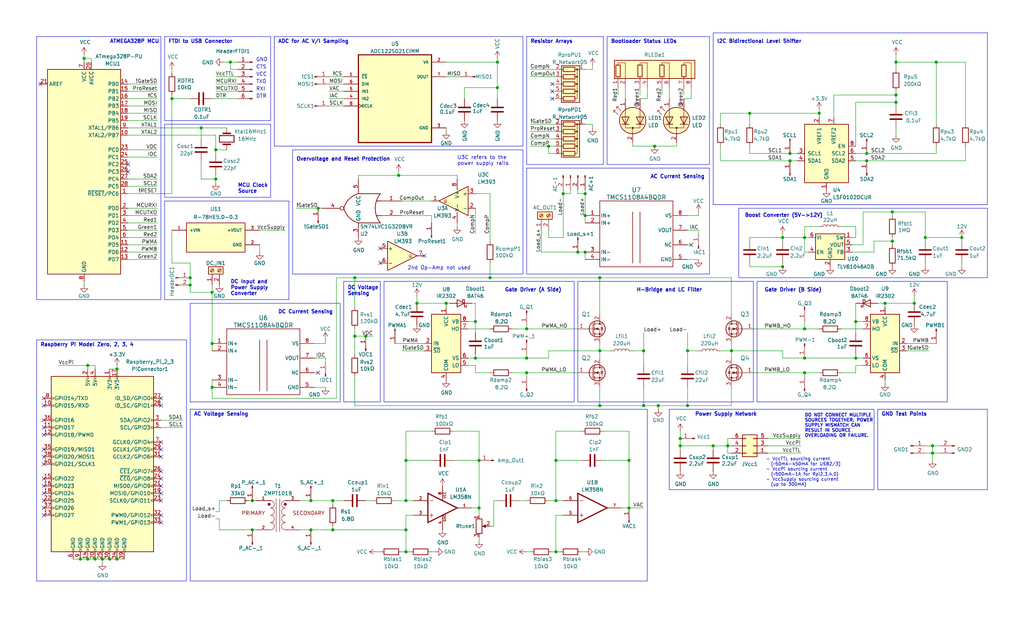
<source format=kicad_sch>
(kicad_sch (version 20231120) (generator "eeschema") (generator_version "8.0")
  (paper "USLegal")
  (title_block (title "AtInverter") (rev "1"))
  (junction (at 208.28 121.92))
  (junction (at 123.19 116.84))
  (junction (at 144.78 105.41))
  (junction (at 203.2 87.63))
  (junction (at 223.52 140.97))
  (junction (at 311.15 33.02))
  (junction (at 227.33 50.8))
  (junction (at 190.5 50.8))
  (junction (at 334.01 82.55))
  (junction (at 182.88 129.54))
  (junction (at 297.18 124.46))
  (junction (at 166.37 176.53))
  (junction (at 223.52 121.92))
  (junction (at 309.88 83.82))
  (junction (at 73.66 119.38))
  (junction (at 208.28 140.97))
  (junction (at 140.97 184.15))
  (junction (at 140.97 173.99))
  (junction (at 107.95 184.15))
  (junction (at 200.66 87.63))
  (junction (at 254 121.92))
  (junction (at 38.1 194.31))
  (junction (at 321.31 82.55))
  (junction (at 115.57 173.99))
  (junction (at 59.69 34.29))
  (junction (at 311.15 35.56))
  (junction (at 208.28 96.52))
  (junction (at 279.4 82.55))
  (junction (at 74.93 52.07))
  (junction (at 165.1 111.76))
  (junction (at 236.22 152.4))
  (junction (at 182.88 114.3))
  (junction (at 279.4 129.54))
  (junction (at 172.72 21.59))
  (junction (at 279.4 114.3))
  (junction (at 73.66 134.62))
  (junction (at 182.88 124.46))
  (junction (at 33.02 194.31))
  (junction (at 127 116.84))
  (junction (at 284.48 39.37))
  (junction (at 154.94 105.41))
  (junction (at 300.99 53.34))
  (junction (at 74.93 62.23))
  (junction (at 323.85 154.94))
  (junction (at 317.5 105.41))
  (junction (at 73.66 101.6))
  (junction (at 218.44 160.02))
  (junction (at 69.85 44.45))
  (junction (at 123.19 96.52))
  (junction (at 195.58 67.31))
  (junction (at 140.97 160.02))
  (junction (at 87.63 184.15))
  (junction (at 165.1 124.46))
  (junction (at 228.6 140.97))
  (junction (at 66.04 96.52))
  (junction (at 87.63 173.99))
  (junction (at 311.15 21.59))
  (junction (at 218.44 176.53))
  (junction (at 166.37 160.02))
  (junction (at 271.78 92.71))
  (junction (at 30.48 194.31))
  (junction (at 325.12 21.59))
  (junction (at 115.57 184.15))
  (junction (at 80.01 21.59))
  (junction (at 300.99 55.88))
  (junction (at 238.76 121.92))
  (junction (at 140.97 191.77))
  (junction (at 252.73 154.94))
  (junction (at 236.22 154.94))
  (junction (at 297.18 111.76))
  (junction (at 193.04 160.02))
  (junction (at 279.4 124.46))
  (junction (at 66.04 99.06))
  (junction (at 307.34 105.41))
  (junction (at 107.95 173.99))
  (junction (at 247.65 154.94))
  (junction (at 203.2 74.93))
  (junction (at 170.18 96.52))
  (junction (at 29.21 20.32))
  (junction (at 309.88 73.66))
  (junction (at 274.32 55.88))
  (junction (at 35.56 194.31))
  (junction (at 40.64 128.27))
  (junction (at 271.78 82.55))
  (junction (at 27.94 194.31))
  (junction (at 193.04 191.77))
  (junction (at 274.32 53.34))
  (junction (at 30.48 127))
  (junction (at 238.76 140.97))
  (junction (at 110.49 72.39))
  (junction (at 193.04 173.99))
  (junction (at 260.35 39.37))
  (junction (at 323.85 157.48))
  (junction (at 203.2 67.31))
  (junction (at 138.43 60.96))
  (junction (at 40.64 194.31))
  (junction (at 172.72 30.48))
  (no_connect (at 15.24 151.13))
  (no_connect (at 55.88 140.97))
  (no_connect (at 147.32 88.9))
  (no_connect (at 55.88 156.21))
  (no_connect (at 44.45 59.69))
  (no_connect (at 15.24 146.05))
  (no_connect (at 15.24 168.91))
  (no_connect (at 15.24 173.99))
  (no_connect (at 55.88 179.07))
  (no_connect (at 15.24 156.21))
  (no_connect (at 240.03 85.09))
  (no_connect (at 15.24 179.07))
  (no_connect (at 55.88 138.43))
  (no_connect (at 55.88 153.67))
  (no_connect (at 55.88 158.75))
  (no_connect (at 15.24 140.97))
  (no_connect (at 15.24 166.37))
  (no_connect (at 55.88 171.45))
  (no_connect (at 191.77 31.75))
  (no_connect (at 191.77 29.21))
  (no_connect (at 55.88 163.83))
  (no_connect (at 55.88 168.91))
  (no_connect (at 13.97 29.21))
  (no_connect (at 55.88 173.99))
  (no_connect (at 44.45 57.15))
  (no_connect (at 15.24 138.43))
  (no_connect (at 110.49 129.54))
  (no_connect (at 15.24 148.59))
  (no_connect (at 132.08 86.36))
  (no_connect (at 15.24 161.29))
  (no_connect (at 132.08 91.44))
  (no_connect (at 15.24 176.53))
  (no_connect (at 15.24 171.45))
  (no_connect (at 55.88 166.37))
  (no_connect (at 191.77 34.29))
  (no_connect (at 15.24 158.75))
  (no_connect (at 55.88 181.61))
  (wire (pts (xy 193.04 53.34) (xy 190.5 53.34)))
  (wire (pts (xy 115.57 184.15) (xy 140.97 184.15)))
  (wire (pts (xy 76.2 173.99) (xy 78.74 173.99)))
  (wire (pts (xy 203.2 87.63) (xy 203.2 90.17)))
  (wire (pts (xy 323.85 157.48) (xy 326.39 157.48)))
  (wire (pts (xy 236.22 156.21) (xy 236.22 154.94)))
  (wire (pts (xy 261.62 129.54) (xy 279.4 129.54)))
  (wire (pts (xy 171.45 182.88) (xy 170.18 182.88)))
  (wire (pts (xy 74.93 46.99) (xy 74.93 52.07)))
  (wire (pts (xy 334.01 91.44) (xy 334.01 92.71)))
  (wire (pts (xy 44.45 52.07) (xy 54.61 52.07)))
  (wire (pts (xy 193.04 160.02) (xy 193.04 173.99)))
  (wire (pts (xy 252.73 154.94) (xy 252.73 152.4)))
  (wire (pts (xy 114.3 34.29) (xy 119.38 34.29)))
  (wire (pts (xy 218.44 176.53) (xy 215.9 176.53)))
  (wire (pts (xy 191.77 34.29) (xy 193.04 34.29)))
  (wire (pts (xy 172.72 21.59) (xy 154.94 21.59)))
  (wire (pts (xy 208.28 96.52) (xy 254 96.52)))
  (wire (pts (xy 180.34 173.99) (xy 182.88 173.99)))
  (wire (pts (xy 161.29 30.48) (xy 161.29 34.29)))
  (wire (pts (xy 114.3 26.67) (xy 119.38 26.67)))
  (wire (pts (xy 127 173.99) (xy 129.54 173.99)))
  (wire (pts (xy 74.93 31.75) (xy 82.55 31.75)))
  (wire (pts (xy 184.15 26.67) (xy 193.04 26.67)))
  (wire (pts (xy 254 154.94) (xy 252.73 154.94)))
  (wire (pts (xy 334.01 82.55) (xy 334.01 83.82)))
  (wire (pts (xy 73.66 34.29) (xy 82.55 34.29)))
  (wire (pts (xy 140.97 160.02) (xy 149.86 160.02)))
  (wire (pts (xy 250.19 50.8) (xy 250.19 55.88)))
  (wire (pts (xy 271.78 124.46) (xy 279.4 124.46)))
  (wire (pts (xy 69.85 44.45) (xy 69.85 48.26)))
  (wire (pts (xy 279.4 82.55) (xy 279.4 87.63)))
  (wire (pts (xy 218.44 160.02) (xy 218.44 176.53)))
  (wire (pts (xy 31.75 21.59) (xy 31.75 20.32)))
  (wire (pts (xy 76.2 180.34) (xy 74.93 180.34)))
  (wire (pts (xy 229.87 30.48) (xy 229.87 33.02)))
  (wire (pts (xy 252.73 157.48) (xy 254 157.48)))
  (wire (pts (xy 154.94 105.41) (xy 156.21 105.41)))
  (wire (pts (xy 59.69 34.29) (xy 59.69 67.31)))
  (wire (pts (xy 190.5 50.8) (xy 190.5 53.34)))
  (wire (pts (xy 86.36 173.99) (xy 87.63 173.99)))
  (wire (pts (xy 184.15 48.26) (xy 193.04 48.26)))
  (wire (pts (xy 321.31 82.55) (xy 334.01 82.55)))
  (wire (pts (xy 123.19 130.81) (xy 123.19 140.97)))
  (wire (pts (xy 59.69 24.13) (xy 59.69 25.4)))
  (wire (pts (xy 123.19 116.84) (xy 123.19 123.19)))
  (wire (pts (xy 30.48 127) (xy 30.48 128.27)))
  (wire (pts (xy 29.21 99.06) (xy 29.21 97.79)))
  (wire (pts (xy 193.04 191.77) (xy 193.04 179.07)))
  (wire (pts (xy 223.52 134.62) (xy 223.52 140.97)))
  (wire (pts (xy 266.7 154.94) (xy 278.13 154.94)))
  (wire (pts (xy 238.76 115.57) (xy 238.76 121.92)))
  (wire (pts (xy 184.15 24.13) (xy 193.04 24.13)))
  (wire (pts (xy 115.57 173.99) (xy 119.38 173.99)))
  (wire (pts (xy 44.45 90.17) (xy 54.61 90.17)))
  (wire (pts (xy 44.45 46.99) (xy 74.93 46.99)))
  (wire (pts (xy 82.55 24.13) (xy 80.01 24.13)))
  (wire (pts (xy 274.32 53.34) (xy 276.86 53.34)))
  (wire (pts (xy 166.37 179.07) (xy 166.37 176.53)))
  (wire (pts (xy 161.29 30.48) (xy 172.72 30.48)))
  (wire (pts (xy 115.57 173.99) (xy 115.57 175.26)))
  (wire (pts (xy 200.66 67.31) (xy 203.2 67.31)))
  (wire (pts (xy 76.2 184.15) (xy 87.63 184.15)))
  (wire (pts (xy 250.19 39.37) (xy 250.19 43.18)))
  (wire (pts (xy 139.7 191.77) (xy 140.97 191.77)))
  (wire (pts (xy 254 119.38) (xy 254 121.92)))
  (wire (pts (xy 44.45 87.63) (xy 54.61 87.63)))
  (wire (pts (xy 208.28 121.92) (xy 212.09 121.92)))
  (wire (pts (xy 208.28 134.62) (xy 208.28 140.97)))
  (wire (pts (xy 139.7 69.85) (xy 149.86 69.85)))
  (wire (pts (xy 203.2 67.31) (xy 203.2 74.93)))
  (wire (pts (xy 234.95 49.53) (xy 234.95 50.8)))
  (wire (pts (xy 284.48 39.37) (xy 284.48 40.64)))
  (wire (pts (xy 228.6 140.97) (xy 238.76 140.97)))
  (wire (pts (xy 27.94 194.31) (xy 30.48 194.31)))
  (wire (pts (xy 236.22 154.94) (xy 247.65 154.94)))
  (wire (pts (xy 300.99 55.88) (xy 335.28 55.88)))
  (wire (pts (xy 254 121.92) (xy 271.78 121.92)))
  (wire (pts (xy 166.37 149.86) (xy 166.37 160.02)))
  (wire (pts (xy 208.28 140.97) (xy 223.52 140.97)))
  (wire (pts (xy 190.5 80.01) (xy 190.5 82.55)))
  (wire (pts (xy 261.62 114.3) (xy 279.4 114.3)))
  (wire (pts (xy 203.2 74.93) (xy 203.2 77.47)))
  (wire (pts (xy 184.15 45.72) (xy 193.04 45.72)))
  (wire (pts (xy 299.72 73.66) (xy 299.72 85.09)))
  (wire (pts (xy 238.76 121.92) (xy 242.57 121.92)))
  (wire (pts (xy 182.88 114.3) (xy 182.88 113.03)))
  (wire (pts (xy 73.66 119.38) (xy 73.66 121.92)))
  (wire (pts (xy 116.84 96.52) (xy 123.19 96.52)))
  (wire (pts (xy 200.66 87.63) (xy 187.96 87.63)))
  (wire (pts (xy 116.84 138.43) (xy 116.84 96.52)))
  (wire (pts (xy 170.18 96.52) (xy 208.28 96.52)))
  (wire (pts (xy 31.75 20.32) (xy 29.21 20.32)))
  (wire (pts (xy 165.1 111.76) (xy 165.1 105.41)))
  (wire (pts (xy 299.72 111.76) (xy 297.18 111.76)))
  (wire (pts (xy 109.22 119.38) (xy 113.03 119.38)))
  (wire (pts (xy 90.17 87.63) (xy 90.17 85.09)))
  (wire (pts (xy 247.65 156.21) (xy 247.65 154.94)))
  (wire (pts (xy 297.18 111.76) (xy 297.18 105.41)))
  (wire (pts (xy 297.18 127) (xy 299.72 127)))
  (wire (pts (xy 166.37 160.02) (xy 166.37 176.53)))
  (wire (pts (xy 224.79 30.48) (xy 224.79 34.29)))
  (wire (pts (xy 163.83 176.53) (xy 166.37 176.53)))
  (wire (pts (xy 266.7 152.4) (xy 278.13 152.4)))
  (wire (pts (xy 260.35 39.37) (xy 250.19 39.37)))
  (wire (pts (xy 44.45 85.09) (xy 54.61 85.09)))
  (wire (pts (xy 182.88 123.19) (xy 182.88 124.46)))
  (wire (pts (xy 260.35 82.55) (xy 271.78 82.55)))
  (wire (pts (xy 69.85 44.45) (xy 78.74 44.45)))
  (wire (pts (xy 74.93 29.21) (xy 82.55 29.21)))
  (wire (pts (xy 321.31 91.44) (xy 321.31 92.71)))
  (wire (pts (xy 322.58 121.92) (xy 314.96 121.92)))
  (wire (pts (xy 321.31 82.55) (xy 321.31 83.82)))
  (wire (pts (xy 165.1 105.41) (xy 163.83 105.41)))
  (wire (pts (xy 137.16 119.38) (xy 147.32 119.38)))
  (wire (pts (xy 73.66 138.43) (xy 73.66 134.62)))
  (wire (pts (xy 309.88 83.82) (xy 309.88 85.09)))
  (wire (pts (xy 162.56 114.3) (xy 170.18 114.3)))
  (wire (pts (xy 138.43 60.96) (xy 158.75 60.96)))
  (wire (pts (xy 323.85 154.94) (xy 323.85 157.48)))
  (wire (pts (xy 292.1 114.3) (xy 299.72 114.3)))
  (wire (pts (xy 254 134.62) (xy 254 140.97)))
  (wire (pts (xy 74.93 52.07) (xy 78.74 52.07)))
  (wire (pts (xy 87.63 173.99) (xy 88.9 173.99)))
  (wire (pts (xy 69.85 62.23) (xy 74.93 62.23)))
  (wire (pts (xy 271.78 82.55) (xy 271.78 83.82)))
  (wire (pts (xy 325.12 21.59) (xy 325.12 43.18)))
  (wire (pts (xy 124.46 60.96) (xy 124.46 62.23)))
  (wire (pts (xy 260.35 39.37) (xy 260.35 43.18)))
  (wire (pts (xy 154.94 105.41) (xy 154.94 106.68)))
  (wire (pts (xy 177.8 129.54) (xy 182.88 129.54)))
  (wire (pts (xy 170.18 67.31) (xy 170.18 83.82)))
  (wire (pts (xy 289.56 33.02) (xy 311.15 33.02)))
  (wire (pts (xy 143.51 173.99) (xy 140.97 173.99)))
  (wire (pts (xy 300.99 53.34) (xy 325.12 53.34)))
  (wire (pts (xy 123.19 96.52) (xy 170.18 96.52)))
  (wire (pts (xy 74.93 52.07) (xy 74.93 53.34)))
  (wire (pts (xy 193.04 179.07) (xy 195.58 179.07)))
  (wire (pts (xy 191.77 191.77) (xy 193.04 191.77)))
  (wire (pts (xy 224.79 34.29) (xy 222.25 34.29)))
  (wire (pts (xy 29.21 20.32) (xy 29.21 21.59)))
  (wire (pts (xy 303.53 83.82) (xy 309.88 83.82)))
  (wire (pts (xy 113.03 125.73) (xy 113.03 124.46)))
  (wire (pts (xy 321.31 154.94) (xy 323.85 154.94)))
  (wire (pts (xy 149.86 149.86) (xy 140.97 149.86)))
  (wire (pts (xy 252.73 154.94) (xy 247.65 154.94)))
  (wire (pts (xy 166.37 186.69) (xy 166.37 187.96)))
  (wire (pts (xy 193.04 149.86) (xy 193.04 160.02)))
  (wire (pts (xy 137.16 173.99) (xy 140.97 173.99)))
  (wire (pts (xy 172.72 21.59) (xy 172.72 30.48)))
  (wire (pts (xy 149.86 74.93) (xy 149.86 77.47)))
  (wire (pts (xy 260.35 53.34) (xy 274.32 53.34)))
  (wire (pts (xy 177.8 114.3) (xy 182.88 114.3)))
  (wire (pts (xy 297.18 78.74) (xy 297.18 82.55)))
  (wire (pts (xy 279.4 124.46) (xy 297.18 124.46)))
  (wire (pts (xy 307.34 133.35) (xy 307.34 132.08)))
  (wire (pts (xy 25.4 194.31) (xy 27.94 194.31)))
  (wire (pts (xy 66.04 96.52) (xy 66.04 99.06)))
  (wire (pts (xy 172.72 20.32) (xy 172.72 21.59)))
  (wire (pts (xy 73.66 101.6) (xy 73.66 119.38)))
  (wire (pts (xy 190.5 121.92) (xy 208.28 121.92)))
  (wire (pts (xy 295.91 87.63) (xy 303.53 87.63)))
  (wire (pts (xy 335.28 50.8) (xy 335.28 55.88)))
  (wire (pts (xy 292.1 129.54) (xy 297.18 129.54)))
  (wire (pts (xy 284.48 38.1) (xy 284.48 39.37)))
  (wire (pts (xy 297.18 129.54) (xy 297.18 127)))
  (wire (pts (xy 82.55 26.67) (xy 74.93 26.67)))
  (wire (pts (xy 165.1 127) (xy 162.56 127)))
  (wire (pts (xy 74.93 62.23) (xy 74.93 60.96)))
  (wire (pts (xy 35.56 194.31) (xy 38.1 194.31)))
  (wire (pts (xy 191.77 31.75) (xy 193.04 31.75)))
  (wire (pts (xy 190.5 50.8) (xy 193.04 50.8)))
  (wire (pts (xy 242.57 81.28) (xy 242.57 80.01)))
  (wire (pts (xy 222.25 30.48) (xy 222.25 33.02)))
  (wire (pts (xy 29.21 19.05) (xy 29.21 20.32)))
  (wire (pts (xy 182.88 130.81) (xy 182.88 129.54)))
  (wire (pts (xy 195.58 67.31) (xy 198.12 67.31)))
  (wire (pts (xy 311.15 21.59) (xy 311.15 24.13)))
  (wire (pts (xy 44.45 82.55) (xy 54.61 82.55)))
  (wire (pts (xy 144.78 105.41) (xy 154.94 105.41)))
  (wire (pts (xy 236.22 152.4) (xy 236.22 149.86)))
  (wire (pts (xy 323.85 157.48) (xy 323.85 160.02)))
  (wire (pts (xy 279.4 114.3) (xy 284.48 114.3)))
  (wire (pts (xy 40.64 194.31) (xy 43.18 194.31)))
  (wire (pts (xy 44.45 36.83) (xy 54.61 36.83)))
  (wire (pts (xy 236.22 152.4) (xy 236.22 154.94)))
  (wire (pts (xy 87.63 184.15) (xy 88.9 184.15)))
  (wire (pts (xy 59.69 91.44) (xy 59.69 80.01)))
  (wire (pts (xy 292.1 78.74) (xy 297.18 78.74)))
  (wire (pts (xy 123.19 116.84) (xy 127 116.84)))
  (wire (pts (xy 182.88 191.77) (xy 184.15 191.77)))
  (wire (pts (xy 165.1 67.31) (xy 170.18 67.31)))
  (wire (pts (xy 73.66 132.08) (xy 73.66 134.62)))
  (wire (pts (xy 254 121.92) (xy 254 124.46)))
  (wire (pts (xy 44.45 29.21) (xy 54.61 29.21)))
  (wire (pts (xy 325.12 50.8) (xy 325.12 53.34)))
  (wire (pts (xy 284.48 39.37) (xy 260.35 39.37)))
  (wire (pts (xy 139.7 121.92) (xy 147.32 121.92)))
  (wire (pts (xy 82.55 21.59) (xy 80.01 21.59)))
  (wire (pts (xy 182.88 129.54) (xy 200.66 129.54)))
  (wire (pts (xy 127 116.84) (xy 129.54 116.84)))
  (wire (pts (xy 218.44 149.86) (xy 218.44 160.02)))
  (wire (pts (xy 66.04 91.44) (xy 59.69 91.44)))
  (wire (pts (xy 311.15 35.56) (xy 311.15 36.83)))
  (wire (pts (xy 165.1 115.57) (xy 165.1 111.76)))
  (wire (pts (xy 203.2 87.63) (xy 200.66 87.63)))
  (wire (pts (xy 321.31 73.66) (xy 321.31 82.55)))
  (wire (pts (xy 260.35 92.71) (xy 271.78 92.71)))
  (wire (pts (xy 280.67 82.55) (xy 279.4 82.55)))
  (wire (pts (xy 303.53 83.82) (xy 303.53 87.63)))
  (wire (pts (xy 279.4 130.81) (xy 279.4 129.54)))
  (wire (pts (xy 44.45 72.39) (xy 54.61 72.39)))
  (wire (pts (xy 193.04 173.99) (xy 195.58 173.99)))
  (wire (pts (xy 250.19 121.92) (xy 254 121.92)))
  (wire (pts (xy 289.56 33.02) (xy 289.56 40.64)))
  (wire (pts (xy 104.14 184.15) (xy 107.95 184.15)))
  (wire (pts (xy 311.15 31.75) (xy 311.15 33.02)))
  (wire (pts (xy 55.88 146.05) (xy 63.5 146.05)))
  (wire (pts (xy 66.04 101.6) (xy 73.66 101.6)))
  (wire (pts (xy 223.52 140.97) (xy 228.6 140.97)))
  (wire (pts (xy 311.15 21.59) (xy 325.12 21.59)))
  (wire (pts (xy 73.66 138.43) (xy 116.84 138.43)))
  (wire (pts (xy 208.28 119.38) (xy 208.28 121.92)))
  (wire (pts (xy 44.45 67.31) (xy 59.69 67.31)))
  (wire (pts (xy 165.1 129.54) (xy 170.18 129.54)))
  (wire (pts (xy 279.4 129.54) (xy 284.48 129.54)))
  (wire (pts (xy 274.32 55.88) (xy 276.86 55.88)))
  (wire (pts (xy 144.78 102.87) (xy 144.78 105.41)))
  (wire (pts (xy 162.56 111.76) (xy 165.1 111.76)))
  (wire (pts (xy 142.24 191.77) (xy 140.97 191.77)))
  (wire (pts (xy 190.5 124.46) (xy 190.5 121.92)))
  (wire (pts (xy 40.64 127) (xy 40.64 128.27)))
  (wire (pts (xy 208.28 96.52) (xy 208.28 109.22)))
  (wire (pts (xy 238.76 140.97) (xy 254 140.97)))
  (wire (pts (xy 232.41 30.48) (xy 232.41 34.29)))
  (wire (pts (xy 76.2 180.34) (xy 76.2 184.15)))
  (wire (pts (xy 317.5 105.41) (xy 307.34 105.41)))
  (wire (pts (xy 335.28 21.59) (xy 335.28 43.18)))
  (wire (pts (xy 228.6 140.97) (xy 228.6 142.24)))
  (wire (pts (xy 195.58 82.55) (xy 190.5 82.55)))
  (wire (pts (xy 119.38 36.83) (xy 114.3 36.83)))
  (wire (pts (xy 158.75 77.47) (xy 158.75 78.74)))
  (wire (pts (xy 154.94 26.67) (xy 160.02 26.67)))
  (wire (pts (xy 140.97 160.02) (xy 140.97 173.99)))
  (wire (pts (xy 115.57 182.88) (xy 115.57 184.15)))
  (wire (pts (xy 309.88 73.66) (xy 321.31 73.66)))
  (wire (pts (xy 90.17 80.01) (xy 99.06 80.01)))
  (wire (pts (xy 279.4 111.76) (xy 279.4 114.3)))
  (wire (pts (xy 73.66 99.06) (xy 73.66 101.6)))
  (wire (pts (xy 107.95 173.99) (xy 115.57 173.99)))
  (wire (pts (xy 80.01 24.13) (xy 80.01 21.59)))
  (wire (pts (xy 119.38 31.75) (xy 114.3 31.75)))
  (wire (pts (xy 165.1 129.54) (xy 165.1 127)))
  (wire (pts (xy 171.45 173.99) (xy 171.45 182.88)))
  (wire (pts (xy 76.2 177.8) (xy 76.2 173.99)))
  (wire (pts (xy 271.78 81.28) (xy 271.78 82.55)))
  (wire (pts (xy 123.19 140.97) (xy 208.28 140.97)))
  (wire (pts (xy 119.38 29.21) (xy 114.3 29.21)))
  (wire (pts (xy 205.74 43.18) (xy 203.2 43.18)))
  (wire (pts (xy 184.15 50.8) (xy 190.5 50.8)))
  (wire (pts (xy 200.66 67.31) (xy 200.66 66.04)))
  (wire (pts (xy 193.04 173.99) (xy 190.5 173.99)))
  (wire (pts (xy 238.76 134.62) (xy 238.76 140.97)))
  (wire (pts (xy 44.45 39.37) (xy 54.61 39.37)))
  (wire (pts (xy 307.34 105.41) (xy 307.34 106.68)))
  (wire (pts (xy 149.86 191.77) (xy 151.13 191.77)))
  (wire (pts (xy 110.49 72.39) (xy 111.76 72.39)))
  (wire (pts (xy 311.15 19.05) (xy 311.15 21.59)))
  (wire (pts (xy 194.31 191.77) (xy 193.04 191.77)))
  (wire (pts (xy 311.15 35.56) (xy 297.18 35.56)))
  (wire (pts (xy 187.96 87.63) (xy 187.96 80.01)))
  (wire (pts (xy 55.88 148.59) (xy 63.5 148.59)))
  (wire (pts (xy 102.87 72.39) (xy 110.49 72.39)))
  (wire (pts (xy 198.12 66.04) (xy 198.12 67.31)))
  (wire (pts (xy 240.03 30.48) (xy 240.03 34.29)))
  (wire (pts (xy 195.58 67.31) (xy 195.58 82.55)))
  (wire (pts (xy 30.48 194.31) (xy 33.02 194.31)))
  (wire (pts (xy 191.77 29.21) (xy 193.04 29.21)))
  (wire (pts (xy 260.35 82.55) (xy 260.35 83.82)))
  (wire (pts (xy 157.48 149.86) (xy 166.37 149.86)))
  (wire (pts (xy 124.46 60.96) (xy 138.43 60.96)))
  (wire (pts (xy 234.95 50.8) (xy 227.33 50.8)))
  (wire (pts (xy 44.45 64.77) (xy 54.61 64.77)))
  (wire (pts (xy 33.02 127) (xy 33.02 128.27)))
  (wire (pts (xy 113.03 134.62) (xy 109.22 134.62)))
  (wire (pts (xy 250.19 55.88) (xy 274.32 55.88)))
  (wire (pts (xy 104.14 173.99) (xy 107.95 173.99)))
  (wire (pts (xy 321.31 157.48) (xy 323.85 157.48)))
  (wire (pts (xy 240.03 85.09) (xy 238.76 85.09)))
  (wire (pts (xy 69.85 55.88) (xy 69.85 62.23)))
  (wire (pts (xy 140.97 184.15) (xy 140.97 191.77)))
  (wire (pts (xy 314.96 119.38) (xy 325.12 119.38)))
  (wire (pts (xy 74.93 62.23) (xy 74.93 63.5)))
  (wire (pts (xy 242.57 90.17) (xy 238.76 90.17)))
  (wire (pts (xy 209.55 160.02) (xy 218.44 160.02)))
  (wire (pts (xy 80.01 21.59) (xy 77.47 21.59)))
  (wire (pts (xy 309.88 73.66) (xy 309.88 74.93)))
  (wire (pts (xy 311.15 33.02) (xy 311.15 35.56)))
  (wire (pts (xy 203.2 191.77) (xy 201.93 191.77)))
  (wire (pts (xy 205.74 22.86) (xy 205.74 24.13)))
  (wire (pts (xy 260.35 91.44) (xy 260.35 92.71)))
  (wire (pts (xy 165.1 72.39) (xy 165.1 81.28)))
  (wire (pts (xy 279.4 78.74) (xy 279.4 82.55)))
  (wire (pts (xy 238.76 127) (xy 238.76 121.92)))
  (wire (pts (xy 309.88 82.55) (xy 309.88 83.82)))
  (wire (pts (xy 205.74 24.13) (xy 203.2 24.13)))
  (wire (pts (xy 138.43 59.69) (xy 138.43 60.96)))
  (wire (pts (xy 252.73 154.94) (xy 252.73 157.48)))
  (wire (pts (xy 309.88 73.66) (xy 299.72 73.66)))
  (wire (pts (xy 254 96.52) (xy 254 109.22)))
  (wire (pts (xy 182.88 124.46) (xy 190.5 124.46)))
  (wire (pts (xy 219.71 49.53) (xy 219.71 50.8)))
  (wire (pts (xy 172.72 173.99) (xy 171.45 173.99)))
  (wire (pts (xy 44.45 41.91) (xy 54.61 41.91)))
  (wire (pts (xy 158.75 60.96) (xy 158.75 62.23)))
  (wire (pts (xy 59.69 33.02) (xy 59.69 34.29)))
  (wire (pts (xy 20.32 127) (xy 30.48 127)))
  (wire (pts (xy 123.19 96.52) (xy 123.19 106.68)))
  (wire (pts (xy 271.78 92.71) (xy 271.78 91.44)))
  (wire (pts (xy 297.18 123.19) (xy 297.18 124.46)))
  (wire (pts (xy 162.56 124.46) (xy 165.1 124.46)))
  (wire (pts (xy 107.95 184.15) (xy 115.57 184.15)))
  (wire (pts (xy 209.55 149.86) (xy 218.44 149.86)))
  (wire (pts (xy 44.45 44.45) (xy 69.85 44.45)))
  (wire (pts (xy 44.45 74.93) (xy 54.61 74.93)))
  (wire (pts (xy 297.18 35.56) (xy 297.18 50.8)))
  (wire (pts (xy 130.81 191.77) (xy 132.08 191.77)))
  (wire (pts (xy 238.76 80.01) (xy 242.57 80.01)))
  (wire (pts (xy 223.52 121.92) (xy 223.52 127)))
  (wire (pts (xy 44.45 31.75) (xy 54.61 31.75)))
  (wire (pts (xy 297.18 53.34) (xy 300.99 53.34)))
  (wire (pts (xy 237.49 30.48) (xy 237.49 33.02)))
  (wire (pts (xy 208.28 121.92) (xy 208.28 124.46)))
  (wire (pts (xy 30.48 127) (xy 33.02 127)))
  (wire (pts (xy 33.02 194.31) (xy 35.56 194.31)))
  (wire (pts (xy 271.78 82.55) (xy 279.4 82.55)))
  (wire (pts (xy 325.12 21.59) (xy 335.28 21.59)))
  (wire (pts (xy 297.18 82.55) (xy 295.91 82.55)))
  (wire (pts (xy 35.56 194.31) (xy 35.56 195.58)))
  (wire (pts (xy 172.72 30.48) (xy 172.72 34.29)))
  (wire (pts (xy 44.45 80.01) (xy 54.61 80.01)))
  (wire (pts (xy 297.18 111.76) (xy 297.18 115.57)))
  (wire (pts (xy 295.91 85.09) (xy 299.72 85.09)))
  (wire (pts (xy 271.78 121.92) (xy 271.78 124.46)))
  (wire (pts (xy 284.48 78.74) (xy 279.4 78.74)))
  (wire (pts (xy 219.71 50.8) (xy 227.33 50.8)))
  (wire (pts (xy 252.73 152.4) (xy 254 152.4)))
  (wire (pts (xy 165.1 123.19) (xy 165.1 124.46)))
  (wire (pts (xy 110.49 129.54) (xy 109.22 129.54)))
  (wire (pts (xy 205.74 43.18) (xy 205.74 44.45)))
  (wire (pts (xy 201.93 149.86) (xy 193.04 149.86)))
  (wire (pts (xy 238.76 74.93) (xy 242.57 74.93)))
  (wire (pts (xy 299.72 124.46) (xy 297.18 124.46)))
  (wire (pts (xy 184.15 43.18) (xy 193.04 43.18)))
  (wire (pts (xy 140.97 179.07) (xy 143.51 179.07)))
  (wire (pts (xy 201.93 160.02) (xy 193.04 160.02)))
  (wire (pts (xy 182.88 114.3) (xy 200.66 114.3)))
  (wire (pts (xy 266.7 157.48) (xy 278.13 157.48)))
  (wire (pts (xy 323.85 154.94) (xy 326.39 154.94)))
  (wire (pts (xy 140.97 149.86) (xy 140.97 160.02)))
  (wire (pts (xy 214.63 30.48) (xy 214.63 33.02)))
  (wire (pts (xy 223.52 115.57) (xy 223.52 121.92)))
  (wire (pts (xy 217.17 30.48) (xy 217.17 34.29)))
  (wire (pts (xy 140.97 179.07) (xy 140.97 184.15)))
  (wire (pts (xy 240.03 34.29) (xy 237.49 34.29)))
  (wire (pts (xy 195.58 66.04) (xy 195.58 67.31)))
  (wire (pts (xy 113.03 119.38) (xy 113.03 118.11)))
  (wire (pts (xy 44.45 62.23) (xy 54.61 62.23)))
  (wire (pts (xy 74.93 177.8) (xy 76.2 177.8)))
  (wire (pts (xy 242.57 74.93) (xy 242.57 73.66)))
  (wire (pts (xy 170.18 91.44) (xy 170.18 96.52)))
  (wire (pts (xy 297.18 55.88) (xy 300.99 55.88)))
  (wire (pts (xy 44.45 54.61) (xy 54.61 54.61)))
  (wire (pts (xy 66.04 91.44) (xy 66.04 96.52)))
  (wire (pts (xy 38.1 194.31) (xy 40.64 194.31)))
  (wire (pts (xy 307.34 105.41) (xy 304.8 105.41)))
  (wire (pts (xy 311.15 44.45) (xy 311.15 46.99)))
  (wire (pts (xy 157.48 160.02) (xy 166.37 160.02)))
  (wire (pts (xy 123.19 114.3) (xy 123.19 116.84)))
  (wire (pts (xy 219.71 121.92) (xy 223.52 121.92)))
  (wire (pts (xy 260.35 50.8) (xy 260.35 53.34)))
  (wire (pts (xy 66.04 99.06) (xy 66.04 101.6)))
  (wire (pts (xy 38.1 128.27) (xy 40.64 128.27)))
  (wire (pts (xy 44.45 34.29) (xy 54.61 34.29)))
  (wire (pts (xy 44.45 77.47) (xy 54.61 77.47)))
  (wire (pts (xy 154.94 44.45) (xy 154.94 45.72)))
  (wire (pts (xy 165.1 124.46) (xy 182.88 124.46)))
  (wire (pts (xy 317.5 102.87) (xy 317.5 105.41)))
  (wire (pts (xy 59.69 34.29) (xy 66.04 34.29)))
  (wire (pts (xy 113.03 124.46) (xy 109.22 124.46)))
  (wire (pts (xy 280.67 87.63) (xy 279.4 87.63)))
  (wire (pts (xy 139.7 74.93) (xy 149.86 74.93)))
  (wire (pts (xy 203.2 66.04) (xy 203.2 67.31)))
  (wire (pts (xy 218.44 176.53) (xy 223.52 176.53)))
  (rectangle (start 232.41 142.24) (end 303.53 170.18))
  (rectangle (start 119.38 97.79) (end 132.08 139.7))
  (rectangle (start 247.65 11.43) (end 342.9 71.12))
  (rectangle (start 210.82 12.7) (end 246.38 57.15))
  (rectangle (start 66.04 142.24) (end 224.79 201.93))
  (rectangle (start 101.6 52.07) (end 181.61 95.25))
  (rectangle (start 200.66 97.79) (end 261.62 139.7))
  (rectangle (start 262.89 97.79) (end 328.93 139.7))
  (rectangle (start 57.15 12.7) (end 93.98 41.91))
  (rectangle (start 182.88 58.42) (end 246.38 95.25))
  (rectangle (start 12.7 12.7) (end 55.88 104.14))
  (rectangle (start 57.15 69.85) (end 100.33 104.14))
  (rectangle (start 304.8 142.24) (end 342.9 170.18))
  (rectangle (start 66.04 105.41) (end 118.11 139.7))
  (rectangle (start 256.54 72.39) (end 342.9 96.52))
  (rectangle (start 182.88 12.7) (end 209.55 57.15))
  (rectangle (start 95.25 12.7) (end 181.61 50.8))
  (rectangle (start 12.7 118.11) (end 64.77 201.93))
  (rectangle (start 133.35 97.79) (end 199.39 139.7))
  (rectangle (start 57.15 43.18) (end 93.98 68.58))
  (text "RXI" (at 88.9 31.75 0) (effects (font (size 1.27 1.27)) (justify left bottom)))
  (text "MCU Clock\nSource" (at 82.55 67.31 0) (effects (font (size 1.27 1.27) (thickness 0.254) (bold yes)) (justify left bottom)))
  (text "ADC for AC V/I Sampling" (at 96.52 15.24 0) (effects (font (size 1.27 1.27) (thickness 0.254) (bold yes)) (justify left bottom)))
  (text "AC Current Sensing" (at 225.806 62.23 0) (effects (font (size 1.27 1.27) (thickness 0.254) (bold yes)) (justify left bottom)))
  (text "Overvoltage and Reset Protection" (at 102.87 56.134 0) (effects (font (size 1.27 1.27) (thickness 0.254) (bold yes)) (justify left bottom)))
  (text "Power Supply Network" (at 241.3 144.78 0) (effects (font (size 1.27 1.27) (thickness 0.254) (bold yes)) (justify left bottom)))
  (text "Boost Converter (5V->12V)" (at 258.572 75.692 0) (effects (font (size 1.27 1.27) (thickness 0.254) (bold yes)) (justify left bottom)))
  (text "GND" (at 88.9 21.59 0) (effects (font (size 1.27 1.27)) (justify left bottom)))
  (text "ATMEGA328P MCU" (at 38.1 15.24 0) (effects (font (size 1.27 1.27) (thickness 0.254) (bold yes)) (justify left bottom)))
  (text "Raspberry Pi Model Zero, 2, 3, 4 " (at 13.97 120.65 0) (effects (font (size 1.27 1.27) (thickness 0.254) (bold yes)) (justify left bottom)))
  (text "VCC" (at 88.9 26.67 0) (effects (font (size 1.27 1.27)) (justify left bottom)))
  (text "FTDI to USB Connector" (at 58.42 15.24 0) (effects (font (size 1.27 1.27) (thickness 0.254) (bold yes)) (justify left bottom)))
  (text "DC Voltage \nSensing" (at 120.65 102.87 0) (effects (font (size 1.27 1.27) (thickness 0.254) (bold yes)) (justify left bottom)))
  (text "DO NOT CONNECT MULTIPLE\nSOURCES TOGETHER. POWER \nSUPPLY MISMATCH CAN \nRESULT IN SOURCE \nOVERLOADING OR FAILURE." (at 279.4 152.146 0) (effects (font (size 1.1 1.1) (thickness 0.22) (bold yes)) (justify left bottom)))
  (text "TX0" (at 88.9 29.21 0) (effects (font (size 1.27 1.27)) (justify left bottom)))
  (text "H-Bridge and LC Filter" (at 220.98 101.6 0) (effects (font (size 1.27 1.27) (thickness 0.254) (bold yes)) (justify left bottom)))
  (text "AC Voltage Sensing" (at 67.31 144.78 0) (effects (font (size 1.27 1.27) (thickness 0.254) (bold yes)) (justify left bottom)))
  (text "I2C Bidirectional Level Shifter" (at 248.92 15.24 0) (effects (font (size 1.27 1.27) (thickness 0.254) (bold yes)) (justify left bottom)))
  (text "Gate Driver (B Side)" (at 265.43 101.6 0) (effects (font (size 1.27 1.27) (thickness 0.254) (bold yes)) (justify left bottom)))
  (text "U3C refers to the \npower supply rails" (at 158.75 57.658 0) (effects (font (size 1.27 1.27)) (justify left bottom)))
  (text "DC Input and\nPower Supply\nConverter" (at 80.01 102.87 0) (effects (font (size 1.27 1.27) (thickness 0.254) (bold yes)) (justify left bottom)))
  (text "- VccTTL sourcing current\n  (~50mA-450mA for USB2/3)\n- VccPi sourcing current\n  (~500mA-1A for Rpi2,3,4,0)\n- VccSupply sourcing current\n  (up to 300mA)\n" (at 265.938 169.164 0) (effects (font (size 1.1 1.1)) (justify left bottom)))
  (text "DTR" (at 88.9 34.29 0) (effects (font (size 1.27 1.27)) (justify left bottom)))
  (text "Bootloader Status LEDs" (at 212.09 15.24 0) (effects (font (size 1.27 1.27) (thickness 0.254) (bold yes)) (justify left bottom)))
  (text "CTS" (at 88.9 24.13 0) (effects (font (size 1.27 1.27)) (justify left bottom)))
  (text "2nd Op-Amp not used\n" (at 141.478 93.98 0) (effects (font (size 1.27 1.27)) (justify left bottom)))
  (text "Resistor Arrays" (at 184.15 15.24 0) (effects (font (size 1.27 1.27) (thickness 0.254) (bold yes)) (justify left bottom)))
  (text "DC Current Sensing" (at 96.52 109.22 0) (effects (font (size 1.27 1.27) (thickness 0.254) (bold yes)) (justify left bottom)))
  (text "GND Test Points" (at 306.07 144.78 0) (effects (font (size 1.27 1.27) (thickness 0.254) (bold yes)) (justify left bottom)))
  (text "Gate Driver (A Side)" (at 175.26 101.6 0) (effects (font (size 1.27 1.27) (thickness 0.254) (bold yes)) (justify left bottom)))
  (label "VccPi" (at 20.32 127 0))
  (label "PWMB_HO" (at 265.43 114.3 0))
  (label "DTR" (at 74.93 34.29 0))
  (label "CompOut" (at 184.15 26.67 0))
  (label "Red2" (at 229.87 30.48 270))
  (label "IAC" (at 114.3 34.29 0))
  (label "CompN" (at 184.15 24.13 0))
  (label "SDA1" (at 63.5 146.05 180))
  (label "!GateSD" (at 322.58 121.92 180))
  (label "MCUTXO" (at 54.61 74.93 180))
  (label "PWMA" (at 54.61 85.09 180))
  (label "Green2" (at 237.49 30.48 270))
  (label "MCURXI" (at 74.93 29.21 0))
  (label "PWMB" (at 54.61 87.63 180))
  (label "Load_s+" (at 187.96 87.63 90))
  (label "PWMB_LO" (at 274.32 129.54 180))
  (label "SCL2" (at 54.61 64.77 180))
  (label "SCLK" (at 114.3 36.83 0))
  (label "ProReset" (at 184.15 45.72 0))
  (label "XTAL1" (at 54.61 44.45 180))
  (label "Green2" (at 54.61 90.17 180))
  (label "VccSupply" (at 99.06 80.01 180))
  (label "XTAL2" (at 54.61 46.99 180))
  (label "!GateSD" (at 54.61 29.21 180))
  (label "VDC" (at 129.54 116.84 180))
  (label "VAC" (at 223.52 176.53 180))
  (label "Red1" (at 214.63 30.48 270))
  (label "MCUTXO" (at 74.93 31.75 0))
  (label "SCLK" (at 54.61 41.91 180))
  (label "IDC" (at 54.61 54.61 180))
  (label "IDC" (at 113.03 124.46 180))
  (label "MISO" (at 54.61 39.37 180))
  (label "!GateSD" (at 184.15 43.18 0))
  (label "VccPi" (at 278.13 154.94 180))
  (label "MCURXI" (at 54.61 72.39 180))
  (label "!CS" (at 115.57 26.67 0))
  (label "CompN" (at 184.15 48.26 0))
  (label "!CS" (at 54.61 34.29 180))
  (label "SCL1" (at 266.7 53.34 0))
  (label "MISO" (at 160.02 26.67 180))
  (label "VccSupply" (at 278.13 152.4 180))
  (label "!RESET" (at 54.61 67.31 180))
  (label "SCL2" (at 307.34 53.34 180))
  (label "Load_s+" (at 74.93 177.8 180))
  (label "IAC" (at 242.57 80.01 180))
  (label "SDA1" (at 266.7 55.88 0))
  (label "PWMA_HO" (at 187.96 114.3 0))
  (label "SDA2" (at 54.61 62.23 180))
  (label "CompP" (at 170.18 81.28 90))
  (label "MOSI" (at 114.3 29.21 0))
  (label "Load-" (at 238.76 115.57 180))
  (label "ProReset" (at 54.61 31.75 180))
  (label "CompN" (at 165.1 81.28 90))
  (label "PWMB" (at 322.58 119.38 180))
  (label "VAC" (at 114.3 31.75 0))
  (label "!GateSD" (at 102.87 72.39 0))
  (label "PWMA_LO" (at 187.96 129.54 0))
  (label "VDC" (at 54.61 52.07 180))
  (label "Green1" (at 222.25 30.48 270))
  (label "ProReset" (at 147.32 74.93 180))
  (label "Red2" (at 54.61 82.55 180))
  (label "CompP" (at 184.15 50.8 0))
  (label "Red1" (at 54.61 77.47 180))
  (label "PWMA" (at 139.7 119.38 0))
  (label "Load+" (at 203.2 68.58 270))
  (label "!GateSD" (at 139.7 121.92 0))
  (label "CompOut" (at 147.32 69.85 180))
  (label "VccTTL" (at 278.13 157.48 180))
  (label "SDA2" (at 307.34 55.88 180))
  (label "Load-" (at 195.58 74.93 90))
  (label "Green1" (at 54.61 80.01 180))
  (label "VccTTL" (at 74.93 26.67 0))
  (label "SCL1" (at 63.5 148.59 180))
  (label "Load-" (at 74.93 180.34 180))
  (label "Load+" (at 223.52 115.57 0))
  (label "MOSI" (at 54.61 36.83 180))
  (symbol (lib_id "MCU_Microchip_ATmega:ATmega328P-P") (at 29.21 59.69 0) (unit 1)
    (property "Reference" "MCU1" (at 41.91 22.86 0) (effects (justify right bottom)))
    (property "Value" "ATmega328P-PU" (at 49.53 20.32 0) (effects (justify right bottom)))
    (property "Footprint" "Package_DIP:DIP-28_W7.62mm_Socket" (effects (hide yes)))
    (property "Datasheet" "http://ww1.microchip.com/downloads/en/DeviceDoc/ATmega328_P%20AVR%20MCU%20with%20picoPower%20Technology%20Data%20Sheet%2040001984A.pdf" (effects (hide yes)))
  )
  (symbol (lib_id "Driver_FET:IR2302") (at 154.94 119.38 0) (unit 1)
    (property "Reference" "U8" (at 154.94 100.5586 0))
    (property "Value" "IR2302" (at 154.94 102.87 0))
    (property "Footprint" "Atinverter_v1_footprint_lib:PG-DSO-8-910_INF" (effects (hide yes)))
    (property "Datasheet" "https://www.infineon.com/dgdl/ir2302.pdf?fileId=5546d462533600a4015355c988b216de" (effects (hide yes)))
  )
  (symbol (lib_id "Diode:BAT46") (at 160.02 105.41 180) (unit 1)
    (property "Reference" "Dboot1" (at 165.1 100.33 0))
    (property "Value" "BAT46" (at 165.1 102.87 0))
    (property "Footprint" "Diode_SMD:D_SOD-123" (effects (hide yes)))
    (property "Datasheet" "http://www.vishay.com/docs/85662/bat46.pdf" (effects (hide yes)))
  )
  (symbol (lib_id "Connector:Raspberry_Pi_2_3") (at 35.56 161.29 0) (unit 1)
    (property "Reference" "PiConnector1" (at 52.07 128.27 0))
    (property "Value" "Raspberry_Pi_2_3" (at 52.07 125.73 0))
    (property "Footprint" "Atinverter_v1_footprint_lib:Raspberry_Pi_Zero_and_Four" (effects (hide yes)))
    (property "Datasheet" "https://www.raspberrypi.org/documentation/hardware/raspberrypi/schematics/rpi_SCH_3bplus_1p0_reduced.pdf" (effects (hide yes)))
  )
  (symbol (lib_id "Device:C") (at 165.1 119.38 0) (unit 1)
    (property "Reference" "Cboot1" (at 168.021 118.2116 0) (effects (justify left)))
    (property "Value" "1uF" (at 168.021 120.523 0) (effects (justify left)))
    (property "Footprint" "Capacitor_SMD:C_0805_2012Metric" (effects (hide yes)))
  )
  (symbol (lib_id "Device:C") (at 69.85 34.29 270) (unit 1)
    (property "Reference" "CDTR1" (at 67.31 38.1 90) (effects (justify left)))
    (property "Value" "0.1uF" (at 67.31 40.64 90) (effects (justify left)))
    (property "Footprint" "Capacitor_SMD:C_1206_3216Metric" (effects (hide yes)))
  )
  (symbol (lib_id "Device:R") (at 59.69 29.21 0) (unit 1)
    (property "Reference" "RDTR1" (at 61.468 28.0416 0) (effects (justify left)))
    (property "Value" "10kΩ" (at 61.468 30.353 0) (effects (justify left)))
    (property "Footprint" "Resistor_SMD:R_1206_3216Metric" (effects (hide yes)))
  )
  (symbol (lib_id "power:VCC") (at 113.03 118.11 0) (unit 1)
    (property "Reference" "#PWR08" (effects (hide yes)))
    (property "Value" "VCC" (at 113.03 114.3 0))
  )
  (symbol (lib_id "power:VCC") (at 29.21 19.05 0) (unit 1)
    (property "Reference" "#PWR01" (effects (hide yes)))
    (property "Value" "VCC" (at 29.591 14.6558 0))
  )
  (symbol (lib_id "power:GND") (at 154.94 132.08 0) (unit 1)
    (property "Reference" "#PWR011" (effects (hide yes)))
    (property "Value" "GND" (at 155.067 136.4742 0))
  )
  (symbol (lib_id "power:GND") (at 29.21 99.06 0) (unit 1)
    (property "Reference" "#PWR02" (effects (hide yes)))
    (property "Value" "GND" (at 29.21 102.87 0))
  )
  (symbol (lib_id "power:GND") (at 35.56 195.58 0) (unit 1)
    (property "Reference" "#PWR03" (effects (hide yes)))
    (property "Value" "GND" (at 35.687 199.9742 0))
  )
  (symbol (lib_id "Connector:Conn_01x06_Male") (at 87.63 26.67 0) (mirror y) (unit 1)
    (property "Reference" "HeaderFTDI1" (at 74.93 17.78 0) (effects (justify right)))
    (property "Value" "Conn_01x06_Male" (effects (hide yes)))
    (property "Footprint" "Atinverter_v1_footprint_lib:FTDI_USB_TTL_Header" (effects (hide yes)))
  )
  (symbol (lib_id "power:GND") (at 77.47 21.59 270) (unit 1)
    (property "Reference" "#PWR06" (effects (hide yes)))
    (property "Value" "GND" (at 74.2188 21.717 90) (effects (justify right)))
  )
  (symbol (lib_id "power:VCC") (at 59.69 24.13 0) (unit 1)
    (property "Reference" "#PWR04" (effects (hide yes)))
    (property "Value" "VCC" (at 60.071 19.7358 0))
  )
  (symbol (lib_id "power:GND") (at 76.2 99.06 0) (unit 1)
    (property "Reference" "#PWR05" (effects (hide yes)))
    (property "Value" "GND" (at 76.2 102.87 0))
  )
  (symbol (lib_id "Connector:Screw_Terminal_01x02") (at 187.96 74.93 90) (unit 1)
    (property "Reference" "AC_OUT1" (at 189.23 72.136 90))
    (property "Value" "Screw_Terminal_01x02" (effects (hide yes)))
    (property "Footprint" "Atinverter_v1_footprint_lib:Term_Block_1x2_P5mm" (effects (hide yes)))
  )
  (symbol (lib_id "power:GND") (at 323.85 160.02 0) (unit 1)
    (property "Reference" "#PWR024" (effects (hide yes)))
    (property "Value" "GND" (at 323.977 164.4142 0))
  )
  (symbol (lib_id "Device:C") (at 297.18 119.38 0) (mirror y) (unit 1)
    (property "Reference" "Cboot2" (at 294.259 118.2116 0) (effects (justify left)))
    (property "Value" "1uF" (at 294.259 120.523 0) (effects (justify left)))
    (property "Footprint" "Capacitor_SMD:C_0805_2012Metric" (effects (hide yes)))
  )
  (symbol (lib_id "Device:C") (at 176.53 173.99 270) (unit 1)
    (property "Reference" "Ccoup2" (at 173.99 167.64 90) (effects (justify left)))
    (property "Value" "1uF" (at 175.26 170.18 90) (effects (justify left)))
    (property "Footprint" "Capacitor_SMD:C_1206_3216Metric" (effects (hide yes)))
  )
  (symbol (lib_id "Device:R") (at 205.74 149.86 270) (unit 1)
    (property "Reference" "Rfb2" (at 203.2 144.78 90) (effects (justify left)))
    (property "Value" "100kΩ" (at 203.2 147.32 90) (effects (justify left)))
    (property "Footprint" "Resistor_SMD:R_1206_3216Metric" (effects (hide yes)))
  )
  (symbol (lib_id "Transistor_FET:IRF540N") (at 205.74 114.3 0) (unit 1)
    (property "Reference" "Q1" (at 201.93 109.22 0) (effects (font (size 1.524 1.524)) (justify left)))
    (property "Value" "IRFB4020PBF" (effects (hide yes)))
    (property "Footprint" "Package_TO_SOT_THT:TO-220-3_Vertical" (effects (hide yes)))
    (property "Datasheet" "http://www.irf.com/product-info/datasheets/data/irf540n.pdf" (effects (hide yes)))
    (property "Description" "MOSFET N-CH 100V 33A TO-220AB" (effects (hide yes)))
    (property "Digi-Key_PN" "IRF540NPBF-ND" (effects (hide yes)))
    (property "MPN" "IRF540NPBF" (effects (hide yes)))
    (property "Category" "Discrete Semiconductor Products" (effects (hide yes)))
    (property "Family" "Transistors - FETs, MOSFETs - Single" (effects (hide yes)))
    (property "DK_Datasheet_Link" "https://www.infineon.com/dgdl/irf540npbf.pdf?fileId=5546d462533600a4015355e39f0d19a1" (effects (hide yes)))
    (property "DK_Detail_Page" "/product-detail/en/infineon-technologies/IRF540NPBF/IRF540NPBF-ND/811869" (effects (hide yes)))
    (property "Manufacturer" "Infineon Technologies" (effects (hide yes)))
    (property "Status" "Active" (effects (hide yes)))
  )
  (symbol (lib_id "power:VCC") (at 172.72 20.32 0) (unit 1)
    (property "Reference" "#PWR039" (effects (hide yes)))
    (property "Value" "VCC" (at 172.72 15.24 90))
  )
  (symbol (lib_id "Device:R") (at 186.69 173.99 270) (unit 1)
    (property "Reference" "Rin2" (at 184.15 168.91 90) (effects (justify left)))
    (property "Value" "10kΩ" (at 184.15 171.45 90) (effects (justify left)))
    (property "Footprint" "Resistor_SMD:R_1206_3216Metric" (effects (hide yes)))
  )
  (symbol (lib_id "power:GND") (at 309.88 92.71 0) (unit 1)
    (property "Reference" "#PWR047" (effects (hide yes)))
    (property "Value" "GND" (at 306.07 95.25 0))
  )
  (symbol (lib_id "power:GND") (at 228.6 142.24 0) (unit 1)
    (property "Reference" "#PWR020" (effects (hide yes)))
    (property "Value" "GND" (at 228.6 146.05 0))
  )
  (symbol (lib_id "Device:C") (at 247.65 160.02 0) (unit 1)
    (property "Reference" "Csup1" (at 250.571 158.8516 0) (effects (justify left)))
    (property "Value" "2.2uF" (at 250.571 161.163 0) (effects (justify left)))
    (property "Footprint" "Capacitor_SMD:C_1206_3216Metric" (effects (hide yes)))
  )
  (symbol (lib_id "Transistor_FET:IRF540N") (at 256.54 114.3 0) (mirror y) (unit 1)
    (property "Reference" "Q3" (at 260.35 109.22 0) (effects (font (size 1.524 1.524)) (justify left)))
    (property "Value" "IRFB4020PBF" (effects (hide yes)))
    (property "Footprint" "Package_TO_SOT_THT:TO-220-3_Vertical" (effects (hide yes)))
    (property "Datasheet" "http://www.irf.com/product-info/datasheets/data/irf540n.pdf" (effects (hide yes)))
    (property "Description" "MOSFET N-CH 100V 33A TO-220AB" (effects (hide yes)))
    (property "Digi-Key_PN" "IRF540NPBF-ND" (effects (hide yes)))
    (property "MPN" "IRF540NPBF" (effects (hide yes)))
    (property "Category" "Discrete Semiconductor Products" (effects (hide yes)))
    (property "Family" "Transistors - FETs, MOSFETs - Single" (effects (hide yes)))
    (property "DK_Datasheet_Link" "https://www.infineon.com/dgdl/irf540npbf.pdf?fileId=5546d462533600a4015355e39f0d19a1" (effects (hide yes)))
    (property "DK_Detail_Page" "/product-detail/en/infineon-technologies/IRF540NPBF/IRF540NPBF-ND/811869" (effects (hide yes)))
    (property "Manufacturer" "Infineon Technologies" (effects (hide yes)))
    (property "Status" "Active" (effects (hide yes)))
  )
  (symbol (lib_id "Device:C") (at 69.85 52.07 180) (unit 1)
    (property "Reference" "Cosc1" (at 67.31 50.8 0) (effects (justify left)))
    (property "Value" "22pF" (at 67.31 53.34 0) (effects (justify left)))
    (property "Footprint" "Capacitor_SMD:C_1206_3216Metric" (effects (hide yes)))
  )
  (symbol (lib_id "Device:R_Pack04_SIP") (at 227.33 25.4 0) (unit 1)
    (property "Reference" "RLEDa1" (at 227.33 19.05 0))
    (property "Value" "R_Array" (effects (hide yes)))
    (property "Footprint" "Resistor_THT:R_Array_SIP8" (effects (hide yes)))
    (property "Datasheet" "http://www.vishay.com/docs/31509/csc.pdf" (effects (hide yes)))
  )
  (symbol (lib_id "Device:C") (at 271.78 87.63 0) (unit 1)
    (property "Reference" "Cin2" (at 274.32 86.36 0) (effects (justify left)))
    (property "Value" "2.2uF" (at 274.32 88.9 0) (effects (justify left)))
    (property "Footprint" "Capacitor_SMD:C_0805_2012Metric" (effects (hide yes)))
  )
  (symbol (lib_id "Atinverter_sym_lib:LSF0102DCUR") (at 287.02 53.34 0) (unit 1)
    (property "Reference" "U4" (at 289.2141 66.04 0) (effects (justify left)))
    (property "Value" "LSF0102DCUR" (at 289.2141 68.58 0) (effects (justify left)))
    (property "Footprint" "Atinverter_v1_footprint_lib:DCU0008A_L" (effects (hide yes)))
    (property "Datasheet" "http://www.ti.com/lit/ds/symlink/pca9306.pdf" (effects (hide yes)))
    (property "Description" "Dual bidirectional I2C Bus and SMBus voltage level translator" (effects (hide yes)))
  )
  (symbol (lib_id "Device:C") (at 205.74 160.02 270) (unit 1)
    (property "Reference" "Clp2" (at 204.47 153.67 90) (effects (justify left)))
    (property "Value" "1nF" (at 204.47 156.21 90) (effects (justify left)))
    (property "Footprint" "Capacitor_SMD:C_1206_3216Metric" (effects (hide yes)))
  )
  (symbol (lib_id "power:GND") (at 124.46 82.55 0) (unit 1)
    (property "Reference" "#PWR014" (effects (hide yes)))
    (property "Value" "GND" (at 124.587 86.9442 0))
  )
  (symbol (lib_id "Device:C") (at 172.72 38.1 0) (unit 1)
    (property "Reference" "Cdec4" (at 164.084 36.576 0) (effects (justify left)))
    (property "Value" "1uF" (at 164.084 38.608 0) (effects (justify left)))
    (property "Footprint" "Capacitor_SMD:C_0805_2012Metric" (effects (hide yes)))
  )
  (symbol (lib_id "Device:R") (at 173.99 114.3 90) (unit 1)
    (property "Reference" "Rdamp1" (at 178.054 109.22 90) (effects (justify left)))
    (property "Value" "8.2Ω" (at 176.53 111.76 90) (effects (justify left)))
    (property "Footprint" "Resistor_SMD:R_1206_3216Metric" (effects (hide yes)))
  )
  (symbol (lib_id "power:VCC") (at 271.78 81.28 0) (unit 1)
    (property "Reference" "#PWR023" (effects (hide yes)))
    (property "Value" "VCC" (at 272.161 76.8858 0))
  )
  (symbol (lib_id "Connector:Conn_01x01_Male") (at 109.22 36.83 0) (mirror x) (unit 1)
    (property "Reference" "SCLK1" (at 109.22 36.83 0) (effects (justify right)))
    (property "Value" "Conn_01x01_Male" (effects (hide yes)))
    (property "Footprint" "Connector_PinHeader_2.54mm:PinHeader_1x01_P2.54mm_Vertical" (effects (hide yes)))
  )
  (symbol (lib_id "Device:R_Network05") (at 198.12 48.26 270) (unit 1)
    (property "Reference" "RproPD1" (at 197.866 38.1 90))
    (property "Value" "R_Network05" (at 197.866 40.64 90))
    (property "Footprint" "Resistor_THT:R_Array_SIP6" (effects (hide yes)))
    (property "Datasheet" "http://www.vishay.com/docs/31509/csc.pdf" (effects (hide yes)))
  )
  (symbol (lib_id "power:VCC") (at 130.81 191.77 90) (unit 1)
    (property "Reference" "#PWR026" (effects (hide yes)))
    (property "Value" "VCC" (at 125.73 191.77 90))
  )
  (symbol (lib_id "Device:R_Network05") (at 198.12 29.21 270) (unit 1)
    (property "Reference" "RproPU1" (at 197.866 19.05 90))
    (property "Value" "R_Network05" (at 197.866 21.59 90))
    (property "Footprint" "Resistor_THT:R_Array_SIP6" (effects (hide yes)))
    (property "Datasheet" "http://www.vishay.com/docs/31509/csc.pdf" (effects (hide yes)))
  )
  (symbol (lib_id "Connector:Conn_01x01_Male") (at 274.32 48.26 90) (mirror x) (unit 1)
    (property "Reference" "SCL1" (at 271.78 46.99 90) (effects (justify right)))
    (property "Value" "Conn_01x01_Male" (effects (hide yes)))
    (property "Footprint" "Connector_PinHeader_2.54mm:PinHeader_1x01_P2.54mm_Vertical" (effects (hide yes)))
  )
  (symbol (lib_id "Connector:Conn_01x01_Male") (at 182.88 135.89 270) (mirror x) (unit 1)
    (property "Reference" "G_Q2" (at 185.42 137.16 90) (effects (justify right)))
    (property "Value" "Conn_01x01_Male" (effects (hide yes)))
    (property "Footprint" "Connector_PinHeader_2.54mm:PinHeader_1x01_P2.54mm_Vertical" (effects (hide yes)))
  )
  (symbol (lib_id "power:GND") (at 74.93 63.5 0) (unit 1)
    (property "Reference" "#PWR07" (effects (hide yes)))
    (property "Value" "GND" (at 74.93 67.31 0))
  )
  (symbol (lib_id "Connector:Conn_01x01_Male") (at 182.88 107.95 90) (mirror x) (unit 1)
    (property "Reference" "G_Q1" (at 180.34 106.68 90) (effects (justify right)))
    (property "Value" "Conn_01x01_Male" (effects (hide yes)))
    (property "Footprint" "Connector_PinHeader_2.54mm:PinHeader_1x01_P2.54mm_Vertical" (effects (hide yes)))
  )
  (symbol (lib_id "power:GND") (at 154.94 45.72 0) (unit 1)
    (property "Reference" "#PWR054" (effects (hide yes)))
    (property "Value" "GND" (at 156.972 49.784 0) (effects (justify right)))
  )
  (symbol (lib_id "power:+3.3V") (at 40.64 127 0) (unit 1)
    (property "Reference" "#PWR036" (effects (hide yes)))
    (property "Value" "+3.3V" (at 40.64 123.19 0))
  )
  (symbol (lib_id "Connector:Conn_01x01_Male") (at 279.4 119.38 270) (unit 1)
    (property "Reference" "PWM-1" (at 283.21 118.11 90) (effects (justify right)))
    (property "Value" "Conn_01x01_Male" (effects (hide yes)))
    (property "Footprint" "Connector_PinHeader_2.54mm:PinHeader_1x01_P2.54mm_Vertical" (effects (hide yes)))
  )
  (symbol (lib_id "Atinverter_sym_lib:LM358N") (at 205.74 176.53 0) (unit 2)
    (property "Reference" "U1" (at 205.74 167.64 0))
    (property "Value" "LM358N" (at 205.74 170.18 0))
    (property "Footprint" "Atinverter_v1_footprint_lib:D8" (effects (hide yes)))
    (property "PARTREV" "1.0.3" (effects (hide yes)))
    (property "STANDARD" "IPC 7351B" (effects (hide yes)))
    (property "MAXIMUM_PACKAGE_HEIGHT" "5.08 mm" (effects (hide yes)))
    (property "MANUFACTURER" "On Semiconductor" (effects (hide yes)))
  )
  (symbol (lib_id "power:GND") (at 236.22 163.83 0) (unit 1)
    (property "Reference" "#PWR055" (effects (hide yes)))
    (property "Value" "GND" (at 236.347 168.2242 0))
  )
  (symbol (lib_id "power:GND") (at 205.74 44.45 0) (unit 1)
    (property "Reference" "#PWR022" (effects (hide yes)))
    (property "Value" "GND" (at 205.867 48.8442 0))
  )
  (symbol (lib_id "Connector:Conn_01x01_Male") (at 109.22 26.67 0) (mirror x) (unit 1)
    (property "Reference" "!CS1" (at 109.22 26.67 0) (effects (justify right)))
    (property "Value" "Conn_01x01_Male" (effects (hide yes)))
    (property "Footprint" "Connector_PinHeader_2.54mm:PinHeader_1x01_P2.54mm_Vertical" (effects (hide yes)))
  )
  (symbol (lib_id "Connector:Conn_01x01_Male") (at 137.16 114.3 90) (mirror x) (unit 1)
    (property "Reference" "PWMA1" (at 134.62 113.03 90) (effects (justify right)))
    (property "Value" "Conn_01x01_Male" (effects (hide yes)))
    (property "Footprint" "Connector_PinHeader_2.54mm:PinHeader_1x01_P2.54mm_Vertical" (effects (hide yes)))
  )
  (symbol (lib_id "power:GND") (at 151.13 191.77 90) (unit 1)
    (property "Reference" "#PWR027" (effects (hide yes)))
    (property "Value" "GND" (at 156.21 191.77 90))
  )
  (symbol (lib_id "Connector:Conn_01x01_Male") (at 274.32 60.96 270) (mirror x) (unit 1)
    (property "Reference" "SDA1" (at 276.86 62.23 90) (effects (justify right)))
    (property "Value" "Conn_01x01_Male" (effects (hide yes)))
    (property "Footprint" "Connector_PinHeader_2.54mm:PinHeader_1x01_P2.54mm_Vertical" (effects (hide yes)))
  )
  (symbol (lib_id "power:GND") (at 317.5 113.03 0) (mirror y) (unit 1)
    (property "Reference" "#PWR018" (effects (hide yes)))
    (property "Value" "GND" (at 314.96 113.03 0))
  )
  (symbol (lib_id "Comparator:LM393") (at 161.29 69.85 0) (unit 3)
    (property "Reference" "U3" (at 165.862 60.706 0) (effects (justify left)))
    (property "Value" "LM393" (at 165.862 63.246 0) (effects (justify left)))
    (property "Footprint" "Atinverter_v1_footprint_lib:SO8_STM" (effects (hide yes)))
    (property "Datasheet" "http://www.ti.com/lit/ds/symlink/lm393.pdf" (effects (hide yes)))
  )
  (symbol (lib_id "power:GND") (at 161.29 41.91 0) (unit 1)
    (property "Reference" "#PWR052" (effects (hide yes)))
    (property "Value" "GND" (at 161.417 45.1612 90) (effects (justify right)))
  )
  (symbol (lib_id "power:GND") (at 90.17 87.63 0) (unit 1)
    (property "Reference" "#PWR025" (effects (hide yes)))
    (property "Value" "GND" (at 90.17 91.44 0))
  )
  (symbol (lib_id "Device:R") (at 311.15 27.94 0) (unit 1)
    (property "Reference" "Rpu5" (at 313.69 26.67 0) (effects (justify left)))
    (property "Value" "200kΩ" (at 313.69 29.21 0) (effects (justify left)))
    (property "Footprint" "Resistor_SMD:R_1206_3216Metric" (effects (hide yes)))
  )
  (symbol (lib_id "Atinverter_sym_lib:TMCS1108A1BQDR") (at 203.2 74.93 0) (unit 1)
    (property "Reference" "U7" (at 220.98 66.04 0) (effects (font (size 1.524 1.524))))
    (property "Value" "TMCS1108A4BQDR" (at 220.98 68.58 0) (effects (font (size 1.524 1.524))))
    (property "Footprint" "Atinverter_v1_footprint_lib:D0008A-IPC_A" (effects (hide yes)))
    (property "Datasheet" "TMCS1108A1BQDR" (effects (hide yes)))
  )
  (symbol (lib_id "Connector:Conn_01x01_Male") (at 242.57 86.36 270) (mirror x) (unit 1)
    (property "Reference" "IAC1" (at 245.11 87.63 90) (effects (justify right)))
    (property "Value" "Conn_01x01_Male" (effects (hide yes)))
    (property "Footprint" "Connector_PinHeader_2.54mm:PinHeader_1x01_P2.54mm_Vertical" (effects (hide yes)))
  )
  (symbol (lib_id "power:VCC") (at 317.5 102.87 0) (mirror y) (unit 1)
    (property "Reference" "#PWR017" (effects (hide yes)))
    (property "Value" "12V" (at 317.5 99.06 0))
  )
  (symbol (lib_id "Connector:Conn_01x01_Male") (at 182.88 118.11 90) (mirror x) (unit 1)
    (property "Reference" "PWM+_1" (at 177.8 116.84 90) (effects (justify right)))
    (property "Value" "Conn_01x01_Male" (effects (hide yes)))
    (property "Footprint" "Connector_PinHeader_2.54mm:PinHeader_1x01_P2.54mm_Vertical" (effects (hide yes)))
  )
  (symbol (lib_id "power:VCC") (at 138.43 59.69 0) (unit 1)
    (property "Reference" "#PWR015" (effects (hide yes)))
    (property "Value" "VCC" (at 138.811 55.2958 0))
  )
  (symbol (lib_id "Device:C") (at 161.29 38.1 0) (unit 1)
    (property "Reference" "Cdec3" (at 152.654 36.83 0) (effects (justify left)))
    (property "Value" "0.1uF" (at 152.654 38.862 0) (effects (justify left)))
    (property "Footprint" "Capacitor_SMD:C_0805_2012Metric" (effects (hide yes)))
  )
  (symbol (lib_id "Device:C") (at 321.31 87.63 0) (unit 1)
    (property "Reference" "Cout1" (at 323.85 86.36 0) (effects (justify left)))
    (property "Value" "1uF" (at 323.85 88.9 0) (effects (justify left)))
    (property "Footprint" "Capacitor_SMD:C_0805_2012Metric" (effects (hide yes)))
  )
  (symbol (lib_id "Connector:Conn_01x01_Male") (at 110.49 77.47 270) (mirror x) (unit 1)
    (property "Reference" "!GateSD1" (at 114.3 78.74 90) (effects (justify right)))
    (property "Value" "Conn_01x01_Male" (effects (hide yes)))
    (property "Footprint" "Connector_PinHeader_2.54mm:PinHeader_1x01_P2.54mm_Vertical" (effects (hide yes)))
  )
  (symbol (lib_id "Device:LED_Dual_AKA") (at 234.95 41.91 90) (unit 1)
    (property "Reference" "LED2" (at 240.284 41.0118 90) (effects (justify right)))
    (property "Value" "LED" (at 240.284 43.5487 90) (effects (justify right)))
    (property "Footprint" "Atinverter_v1_footprint_lib:LED_3pin_P2.54mm" (effects (hide yes)))
  )
  (symbol (lib_id "Connector:Conn_01x01_Male") (at 279.4 106.68 270) (unit 1)
    (property "Reference" "G_Q3" (at 281.94 105.41 90) (effects (justify right)))
    (property "Value" "Conn_01x01_Male" (effects (hide yes)))
    (property "Footprint" "Connector_PinHeader_2.54mm:PinHeader_1x01_P2.54mm_Vertical" (effects (hide yes)))
  )
  (symbol (lib_id "Connector:Conn_01x02_Pin") (at 60.96 96.52 0) (unit 1)
    (property "Reference" "HeaderDC1" (at 59.69 97.79 90))
    (property "Value" "Conn_01x02_Pin" (effects (hide yes)))
    (property "Footprint" "Connector_PinHeader_2.54mm:PinHeader_1x02_P2.54mm_Vertical" (effects (hide yes)))
  )
  (symbol (lib_id "Connector:Conn_01x02_Pin") (at 198.12 60.96 270) (unit 1)
    (property "Reference" "AC-1" (at 192.786 64.008 0))
    (property "Value" "Conn_01x02_Pin" (effects (hide yes)))
    (property "Footprint" "Connector_PinHeader_2.54mm:PinHeader_1x02_P2.54mm_Vertical" (effects (hide yes)))
  )
  (symbol (lib_id "power:GND") (at 287.02 66.04 0) (unit 1)
    (property "Reference" "#PWR035" (effects (hide yes)))
    (property "Value" "GND" (at 287.02 69.85 0))
  )
  (symbol (lib_id "Device:R") (at 133.35 173.99 270) (unit 1)
    (property "Reference" "Rin1" (at 130.81 168.91 90) (effects (justify left)))
    (property "Value" "10kΩ" (at 130.81 171.45 90) (effects (justify left)))
    (property "Footprint" "Resistor_SMD:R_1206_3216Metric" (effects (hide yes)))
  )
  (symbol (lib_id "Connector:Conn_01x01_Male") (at 165.1 26.67 0) (mirror y) (unit 1)
    (property "Reference" "MISO1" (at 165.1 26.67 0) (effects (justify right)))
    (property "Value" "Conn_01x01_Male" (effects (hide yes)))
    (property "Footprint" "Connector_PinHeader_2.54mm:PinHeader_1x01_P2.54mm_Vertical" (effects (hide yes)))
  )
  (symbol (lib_id "power:VCC") (at 205.74 22.86 0) (unit 1)
    (property "Reference" "#PWR021" (effects (hide yes)))
    (property "Value" "VCC" (at 206.121 18.4658 0))
  )
  (symbol (lib_id "Device:R") (at 187.96 191.77 90) (unit 1)
    (property "Reference" "Rbias3" (at 191.77 194.31 90) (effects (justify left)))
    (property "Value" "10kΩ" (at 190.5 196.85 90) (effects (justify left)))
    (property "Footprint" "Resistor_SMD:R_1206_3216Metric" (effects (hide yes)))
  )
  (symbol (lib_id "Device:Crystal") (at 78.74 48.26 90) (unit 1)
    (property "Reference" "Xtal16MHz1" (at 81.28 45.72 90) (effects (justify right)))
    (property "Value" "16MHz" (at 82.55 48.26 90) (effects (justify right)))
    (property "Footprint" "Crystal:Resonator-2Pin_W10.0mm_H5.0mm" (effects (hide yes)))
  )
  (symbol (lib_id "Regulator_Switching:TLV61046ADB") (at 288.29 87.63 0) (unit 1)
    (property "Reference" "U10" (at 296.164 89.916 0))
    (property "Value" "TLV61046ADB" (at 297.18 92.71 0))
    (property "Footprint" "Package_TO_SOT_SMD:SOT-23-6" (effects (hide yes)))
    (property "Datasheet" "http://www.ti.com/lit/ds/symlink/tlv61046a.pdf" (effects (hide yes)))
    (property "Description" "28-V Output Voltage Boost Converter with Power Diode and Isolation Switch, SOT-23-6" (effects (hide yes)))
  )
  (symbol (lib_id "Comparator:LM393") (at 139.7 88.9 0) (unit 2)
    (property "Reference" "U3" (at 139.7 81.28 0))
    (property "Value" "LM393" (at 139.954 83.82 0))
    (property "Footprint" "Atinverter_v1_footprint_lib:SO8_STM" (effects (hide yes)))
    (property "Datasheet" "http://www.ti.com/lit/ds/symlink/lm393.pdf" (effects (hide yes)))
  )
  (symbol (lib_id "Device:R") (at 335.28 46.99 0) (unit 1)
    (property "Reference" "Rpu4" (at 336.55 45.72 0) (effects (justify left)))
    (property "Value" "4.7kΩ" (at 336.55 48.26 0) (effects (justify left)))
    (property "Footprint" "Resistor_SMD:R_1206_3216Metric" (effects (hide yes)))
  )
  (symbol (lib_id "Device:R") (at 260.35 46.99 0) (unit 1)
    (property "Reference" "Rpu2" (at 261.62 45.72 0) (effects (justify left)))
    (property "Value" "4.7kΩ" (at 261.62 48.26 0) (effects (justify left)))
    (property "Footprint" "Resistor_SMD:R_1206_3216Metric" (effects (hide yes)))
  )
  (symbol (lib_id "Device:C") (at 223.52 130.81 0) (unit 1)
    (property "Reference" "Cfil1" (at 226.06 129.54 0) (effects (justify left)))
    (property "Value" "22uF" (at 226.06 132.08 0) (effects (justify left)))
    (property "Footprint" "Atinverter_v1_footprint_lib:CAP_BX_10x16_RUB" (effects (hide yes)))
  )
  (symbol (lib_id "Connector:Conn_01x01_Male") (at 107.95 168.91 90) (mirror x) (unit 1)
    (property "Reference" "S_AC+_1" (at 104.14 167.64 90) (effects (justify right)))
    (property "Value" "Conn_01x01_Male" (effects (hide yes)))
    (property "Footprint" "Connector_PinHeader_2.54mm:PinHeader_1x01_P2.54mm_Vertical" (effects (hide yes)))
  )
  (symbol (lib_id "Device:R") (at 198.12 191.77 90) (unit 1)
    (property "Reference" "Rbias4" (at 201.93 194.31 90) (effects (justify left)))
    (property "Value" "10kΩ" (at 200.66 196.85 90) (effects (justify left)))
    (property "Footprint" "Resistor_SMD:R_1206_3216Metric" (effects (hide yes)))
  )
  (symbol (lib_id "Device:C") (at 144.78 109.22 0) (unit 1)
    (property "Reference" "Cdec1" (at 137.16 106.68 0) (effects (justify left)))
    (property "Value" "4.7uF" (at 137.16 109.22 0) (effects (justify left)))
    (property "Footprint" "Capacitor_SMD:C_1206_3216Metric" (effects (hide yes)))
  )
  (symbol (lib_id "Transistor_FET:IRF540N") (at 256.54 129.54 0) (mirror y) (unit 1)
    (property "Reference" "Q4" (at 260.35 124.46 0) (effects (font (size 1.524 1.524)) (justify left)))
    (property "Value" "IRFB4020PBF" (effects (hide yes)))
    (property "Footprint" "Package_TO_SOT_THT:TO-220-3_Vertical" (effects (hide yes)))
    (property "Datasheet" "http://www.irf.com/product-info/datasheets/data/irf540n.pdf" (effects (hide yes)))
    (property "Description" "MOSFET N-CH 100V 33A TO-220AB" (effects (hide yes)))
    (property "Digi-Key_PN" "IRF540NPBF-ND" (effects (hide yes)))
    (property "MPN" "IRF540NPBF" (effects (hide yes)))
    (property "Category" "Discrete Semiconductor Products" (effects (hide yes)))
    (property "Family" "Transistors - FETs, MOSFETs - Single" (effects (hide yes)))
    (property "DK_Datasheet_Link" "https://www.infineon.com/dgdl/irf540npbf.pdf?fileId=5546d462533600a4015355e39f0d19a1" (effects (hide yes)))
    (property "DK_Detail_Page" "/product-detail/en/infineon-technologies/IRF540NPBF/IRF540NPBF-ND/811869" (effects (hide yes)))
    (property "Manufacturer" "Infineon Technologies" (effects (hide yes)))
    (property "Status" "Active" (effects (hide yes)))
  )
  (symbol (lib_id "Connector:Conn_01x01_Male") (at 300.99 48.26 90) (mirror x) (unit 1)
    (property "Reference" "SCL2" (at 298.45 46.99 90) (effects (justify right)))
    (property "Value" "Conn_01x01_Male" (effects (hide yes)))
    (property "Footprint" "Connector_PinHeader_2.54mm:PinHeader_1x01_P2.54mm_Vertical" (effects (hide yes)))
  )
  (symbol (lib_id "Connector:Conn_01x01_Male") (at 279.4 135.89 90) (unit 1)
    (property "Reference" "G_Q4" (at 276.86 137.16 90) (effects (justify right)))
    (property "Value" "Conn_01x01_Male" (effects (hide yes)))
    (property "Footprint" "Connector_PinHeader_2.54mm:PinHeader_1x01_P2.54mm_Vertical" (effects (hide yes)))
  )
  (symbol (lib_id "Device:R") (at 309.88 88.9 180) (unit 1)
    (property "Reference" "Rfbb1" (at 316.992 87.376 0) (effects (justify left)))
    (property "Value" "71.5kΩ" (at 318.262 89.662 0) (effects (justify left)))
    (property "Footprint" "Resistor_SMD:R_0805_2012Metric" (effects (hide yes)))
  )
  (symbol (lib_id "Device:R") (at 309.88 78.74 180) (unit 1)
    (property "Reference" "Rfbt1" (at 316.992 77.724 0) (effects (justify left)))
    (property "Value" "1MΩ" (at 316.23 80.01 0) (effects (justify left)))
    (property "Footprint" "Resistor_SMD:R_0805_2012Metric" (effects (hide yes)))
  )
  (symbol (lib_id "Device:R_Potentiometer") (at 166.37 182.88 0) (unit 1)
    (property "Reference" "Rtune1" (at 165.1 182.88 0) (effects (justify right)))
    (property "Value" "R_Potentiometer" (effects (hide yes)))
    (property "Footprint" "Atinverter_v1_footprint_lib:TC33X-2-104E_BRN" (effects (hide yes)))
  )
  (symbol (lib_id "Device:LED_Dual_AKA") (at 219.71 41.91 90) (unit 1)
    (property "Reference" "LED1" (at 225.044 41.0118 90) (effects (justify right)))
    (property "Value" "LED" (at 225.044 43.5487 90) (effects (justify right)))
    (property "Footprint" "Atinverter_v1_footprint_lib:LED_3pin_P2.54mm" (effects (hide yes)))
  )
  (symbol (lib_id "power:GND") (at 172.72 41.91 0) (unit 1)
    (property "Reference" "#PWR053" (effects (hide yes)))
    (property "Value" "GND" (at 172.847 45.1612 90) (effects (justify right)))
  )
  (symbol (lib_id "power:GND") (at 144.78 113.03 0) (unit 1)
    (property "Reference" "#PWR010" (effects (hide yes)))
    (property "Value" "GND" (at 147.32 113.03 0))
  )
  (symbol (lib_id "Connector:Conn_01x01_Male") (at 109.22 29.21 0) (mirror x) (unit 1)
    (property "Reference" "MOSI1" (at 109.22 29.21 0) (effects (justify right)))
    (property "Value" "Conn_01x01_Male" (effects (hide yes)))
    (property "Footprint" "Connector_PinHeader_2.54mm:PinHeader_1x01_P2.54mm_Vertical" (effects (hide yes)))
  )
  (symbol (lib_id "Device:R") (at 288.29 129.54 270) (mirror x) (unit 1)
    (property "Reference" "Rdamp4" (at 284.48 132.08 90) (effects (justify left)))
    (property "Value" "8.2Ω" (at 285.75 134.62 90) (effects (justify left)))
    (property "Footprint" "Resistor_SMD:R_1206_3216Metric" (effects (hide yes)))
  )
  (symbol (lib_id "Driver_FET:IR2302") (at 307.34 119.38 0) (mirror y) (unit 1)
    (property "Reference" "U9" (at 307.34 100.33 0))
    (property "Value" "IR2302" (at 307.34 102.87 0))
    (property "Footprint" "Atinverter_v1_footprint_lib:PG-DSO-8-910_INF" (effects (hide yes)))
    (property "Datasheet" "https://www.infineon.com/dgdl/ir2302.pdf?fileId=5546d462533600a4015355c988b216de" (effects (hide yes)))
  )
  (symbol (lib_id "Device:R") (at 250.19 46.99 0) (unit 1)
    (property "Reference" "Rpu1" (at 251.46 45.72 0) (effects (justify left)))
    (property "Value" "4.7kΩ" (at 251.46 48.26 0) (effects (justify left)))
    (property "Footprint" "Resistor_SMD:R_1206_3216Metric" (effects (hide yes)))
  )
  (symbol (lib_id "power:+3.3V") (at 284.48 38.1 0) (unit 1)
    (property "Reference" "#PWR034" (effects (hide yes)))
    (property "Value" "+3.3V" (at 284.48 34.29 0))
  )
  (symbol (lib_id "Device:R") (at 123.19 127 0) (unit 1)
    (property "Reference" "Rvs2" (at 124.968 125.8316 0) (effects (justify left)))
    (property "Value" "10kΩ" (at 124.968 128.143 0) (effects (justify left)))
    (property "Footprint" "Resistor_SMD:R_1206_3216Metric" (effects (hide yes)))
  )
  (symbol (lib_id "Connector:Conn_01x01_Male") (at 200.66 82.55 90) (mirror x) (unit 1)
    (property "Reference" "Load_s+1" (at 196.85 81.28 90) (effects (justify right)))
    (property "Value" "Conn_01x01_Male" (effects (hide yes)))
    (property "Footprint" "Connector_PinHeader_2.54mm:PinHeader_1x01_P2.54mm_Vertical" (effects (hide yes)))
  )
  (symbol (lib_id "Device:C") (at 317.5 109.22 0) (mirror y) (unit 1)
    (property "Reference" "Cdec2" (at 325.12 106.68 0) (effects (justify left)))
    (property "Value" "4.7uF" (at 325.12 109.22 0) (effects (justify left)))
    (property "Footprint" "Capacitor_SMD:C_1206_3216Metric" (effects (hide yes)))
  )
  (symbol (lib_id "Device:R") (at 135.89 191.77 90) (unit 1)
    (property "Reference" "Rbias1" (at 139.7 194.31 90) (effects (justify left)))
    (property "Value" "10kΩ" (at 138.43 196.85 90) (effects (justify left)))
    (property "Footprint" "Resistor_SMD:R_1206_3216Metric" (effects (hide yes)))
  )
  (symbol (lib_id "Device:R") (at 146.05 191.77 270) (unit 1)
    (property "Reference" "Rbias2" (at 143.51 194.31 90) (effects (justify left)))
    (property "Value" "10kΩ" (at 143.51 196.85 90) (effects (justify left)))
    (property "Footprint" "Resistor_SMD:R_1206_3216Metric" (effects (hide yes)))
  )
  (symbol (lib_id "Device:C") (at 74.93 57.15 0) (unit 1)
    (property "Reference" "Cosc2" (at 77.47 55.88 0) (effects (justify left)))
    (property "Value" "22pF" (at 77.47 58.42 0) (effects (justify left)))
    (property "Footprint" "Capacitor_SMD:C_1206_3216Metric" (effects (hide yes)))
  )
  (symbol (lib_id "Connector:Conn_01x02_Pin") (at 331.47 157.48 180) (unit 1)
    (property "Reference" "GND2" (at 335.026 156.21 0))
    (property "Value" "Conn_01x02_Pin" (effects (hide yes)))
    (property "Footprint" "Connector_PinHeader_2.54mm:PinHeader_1x02_P2.54mm_Vertical" (effects (hide yes)))
  )
  (symbol (lib_id "power:GND") (at 242.57 90.17 0) (unit 1)
    (property "Reference" "#PWR043" (effects (hide yes)))
    (property "Value" "GND" (at 238.76 92.71 0))
  )
  (symbol (lib_id "power:GND") (at 334.01 92.71 0) (unit 1)
    (property "Reference" "#PWR050" (effects (hide yes)))
    (property "Value" "GND" (at 330.2 95.25 0))
  )
  (symbol (lib_id "Connector:Conn_01x01_Male") (at 87.63 168.91 90) (mirror x) (unit 1)
    (property "Reference" "P_AC+_1" (at 83.82 167.64 90) (effects (justify right)))
    (property "Value" "Conn_01x01_Male" (effects (hide yes)))
    (property "Footprint" "Connector_PinHeader_2.54mm:PinHeader_1x01_P2.54mm_Vertical" (effects (hide yes)))
  )
  (symbol (lib_id "power:GND") (at 271.78 92.71 0) (unit 1)
    (property "Reference" "#PWR045" (effects (hide yes)))
    (property "Value" "GND" (at 267.97 95.25 0))
  )
  (symbol (lib_id "power:VCC") (at 311.15 19.05 0) (unit 1)
    (property "Reference" "#PWR037" (effects (hide yes)))
    (property "Value" "VCC" (at 311.531 14.6558 0))
  )
  (symbol (lib_id "Connector:Conn_01x01_Male") (at 149.86 82.55 270) (mirror x) (unit 1)
    (property "Reference" "ProReset1" (at 154.94 83.82 90) (effects (justify right)))
    (property "Value" "Conn_01x01_Male" (effects (hide yes)))
    (property "Footprint" "Connector_PinHeader_2.54mm:PinHeader_1x01_P2.54mm_Vertical" (effects (hide yes)))
  )
  (symbol (lib_id "Connector_Generic:Conn_02x03_Odd_Even") (at 261.62 154.94 180) (unit 1)
    (property "Reference" "JVcc1" (at 260.35 161.29 0))
    (property "Value" "Conn_02x03_Odd_Even" (effects (hide yes)))
    (property "Footprint" "Connector_PinHeader_2.54mm:PinHeader_2x03_P2.54mm_Vertical" (effects (hide yes)))
  )
  (symbol (lib_id "Connector:Conn_01x01_Male") (at 107.95 189.23 270) (mirror x) (unit 1)
    (property "Reference" "S_AC-_1" (at 111.76 190.5 90) (effects (justify right)))
    (property "Value" "Conn_01x01_Male" (effects (hide yes)))
    (property "Footprint" "Connector_PinHeader_2.54mm:PinHeader_1x01_P2.54mm_Vertical" (effects (hide yes)))
  )
  (symbol (lib_id "Comparator:LM393") (at 157.48 69.85 0) (mirror y) (unit 1)
    (property "Reference" "U3" (at 153.67 72.39 0))
    (property "Value" "LM393" (at 153.67 74.93 0))
    (property "Footprint" "Atinverter_v1_footprint_lib:SO8_STM" (effects (hide yes)))
    (property "Datasheet" "http://www.ti.com/lit/ds/symlink/lm393.pdf" (effects (hide yes)))
  )
  (symbol (lib_id "Diode:BAT46") (at 300.99 105.41 0) (mirror x) (unit 1)
    (property "Reference" "Dboot2" (at 298.45 100.33 0))
    (property "Value" "BAT46" (at 298.45 102.87 0))
    (property "Footprint" "Diode_SMD:D_SOD-123" (effects (hide yes)))
    (property "Datasheet" "http://www.vishay.com/docs/85662/bat46.pdf" (effects (hide yes)))
  )
  (symbol (lib_id "power:GND") (at 311.15 46.99 0) (unit 1)
    (property "Reference" "#PWR038" (effects (hide yes)))
    (property "Value" "GND" (at 311.277 51.3842 0))
  )
  (symbol (lib_id "74xGxx:74AHC1G02") (at 124.46 72.39 0) (mirror y) (unit 1)
    (property "Reference" "U2" (at 125.0441 81.28 0) (effects (justify right)))
    (property "Value" "SN74LVC1G32DBVR" (at 125.0441 78.74 0) (effects (justify right)))
    (property "Footprint" "Atinverter_v1_footprint_lib:DBV5" (effects (hide yes)))
    (property "Datasheet" "http://www.ti.com/lit/sg/scyt129e/scyt129e.pdf" (effects (hide yes)))
  )
  (symbol (lib_id "Transistor_FET:IRF540N") (at 205.74 129.54 0) (unit 1)
    (property "Reference" "Q2" (at 201.93 124.46 0) (effects (font (size 1.524 1.524)) (justify left)))
    (property "Value" "IRFB4020PBF" (effects (hide yes)))
    (property "Footprint" "Package_TO_SOT_THT:TO-220-3_Vertical" (effects (hide yes)))
    (property "Datasheet" "http://www.irf.com/product-info/datasheets/data/irf540n.pdf" (effects (hide yes)))
    (property "Description" "MOSFET N-CH 100V 33A TO-220AB" (effects (hide yes)))
    (property "Digi-Key_PN" "IRF540NPBF-ND" (effects (hide yes)))
    (property "MPN" "IRF540NPBF" (effects (hide yes)))
    (property "Category" "Discrete Semiconductor Products" (effects (hide yes)))
    (property "Family" "Transistors - FETs, MOSFETs - Single" (effects (hide yes)))
    (property "DK_Datasheet_Link" "https://www.infineon.com/dgdl/irf540npbf.pdf?fileId=5546d462533600a4015355e39f0d19a1" (effects (hide yes)))
    (property "DK_Detail_Page" "/product-detail/en/infineon-technologies/IRF540NPBF/IRF540NPBF-ND/811869" (effects (hide yes)))
    (property "Manufacturer" "Infineon Technologies" (effects (hide yes)))
    (property "Status" "Active" (effects (hide yes)))
  )
  (symbol (lib_id "Device:L") (at 288.29 78.74 90) (unit 1)
    (property "Reference" "L1" (at 288.29 74.168 90))
    (property "Value" "22uH" (at 288.29 76.454 90))
    (property "Footprint" "Atinverter_v1_footprint_lib:IND_BOURNS_SDR0403" (effects (hide yes)))
  )
  (symbol (lib_id "Device:R") (at 153.67 149.86 270) (unit 1)
    (property "Reference" "Rfb1" (at 151.13 144.78 90) (effects (justify left)))
    (property "Value" "100kΩ" (at 151.13 147.32 90) (effects (justify left)))
    (property "Footprint" "Resistor_SMD:R_1206_3216Metric" (effects (hide yes)))
  )
  (symbol (lib_id "power:GND") (at 113.03 134.62 0) (unit 1)
    (property "Reference" "#PWR042" (effects (hide yes)))
    (property "Value" "GND" (at 109.22 137.16 0))
  )
  (symbol (lib_id "Atinverter_sym_lib:LM358N") (at 153.67 176.53 0) (unit 1)
    (property "Reference" "U1" (at 160.02 170.18 0))
    (property "Value" "LM358N" (at 160.02 172.72 0))
    (property "Footprint" "Atinverter_v1_footprint_lib:D8" (effects (hide yes)))
    (property "PARTREV" "1.0.3" (effects (hide yes)))
    (property "STANDARD" "IPC 7351B" (effects (hide yes)))
    (property "MAXIMUM_PACKAGE_HEIGHT" "5.08 mm" (effects (hide yes)))
    (property "MANUFACTURER" "On Semiconductor" (effects (hide yes)))
  )
  (symbol (lib_id "Connector:Conn_01x01_Male") (at 113.03 130.81 270) (mirror x) (unit 1)
    (property "Reference" "IDC1" (at 115.57 132.08 90) (effects (justify right)))
    (property "Value" "Conn_01x01_Male" (effects (hide yes)))
    (property "Footprint" "Connector_PinHeader_2.54mm:PinHeader_1x01_P2.54mm_Vertical" (effects (hide yes)))
  )
  (symbol (lib_id "Device:C") (at 238.76 130.81 0) (unit 1)
    (property "Reference" "Cfil2" (at 241.3 129.54 0) (effects (justify left)))
    (property "Value" "22uF" (at 241.3 132.08 0) (effects (justify left)))
    (property "Footprint" "Atinverter_v1_footprint_lib:CAP_BX_10x16_RUB" (effects (hide yes)))
  )
  (symbol (lib_id "power:VCC") (at 334.01 82.55 0) (mirror y) (unit 1)
    (property "Reference" "#PWR049" (effects (hide yes)))
    (property "Value" "12V" (at 334.01 78.74 0))
  )
  (symbol (lib_id "Device:L") (at 246.38 121.92 90) (unit 1)
    (property "Reference" "Lfil2" (at 246.38 116.84 90))
    (property "Value" "220uH" (at 246.38 119.38 90))
    (property "Footprint" "Atinverter_v1_footprint_lib:AIRD-02_ABR" (effects (hide yes)))
  )
  (symbol (lib_id "Atinverter_sym_lib:ZMPT101B") (at 96.52 179.07 0) (unit 1)
    (property "Reference" "T1" (at 96.52 168.91 0))
    (property "Value" "ZMPT101B" (at 96.52 171.45 0))
    (property "Footprint" "Atinverter_v1_footprint_lib:XFMR_ZMPT101B" (effects (hide yes)))
    (property "Description" "Current-type Voltage Transformer" (effects (hide yes)))
    (property "MF" "Qingxian Zeming Langxi Electronic" (effects (hide yes)))
    (property "MAXIMUM_PACKAGE_HEIGHT" "18.8mm" (effects (hide yes)))
    (property "Package" "None" (effects (hide yes)))
    (property "Price" "None" (effects (hide yes)))
    (property "Check_prices" "https://www.snapeda.com/parts/ZMPT101B/Qingxian+Zeming+Langxi+Electronic/view-part/?ref=eda" (effects (hide yes)))
    (property "STANDARD" "Manufacturer Recommendations" (effects (hide yes)))
    (property "PARTREV" "NA" (effects (hide yes)))
    (property "SnapEDA_Link" "https://www.snapeda.com/parts/ZMPT101B/Qingxian+Zeming+Langxi+Electronic/view-part/?ref=snap" (effects (hide yes)))
    (property "MP" "ZMPT101B" (effects (hide yes)))
    (property "Availability" "Not in stock" (effects (hide yes)))
    (property "MANUFACTURER" "Qingxian Zeming Langxi Electronic" (effects (hide yes)))
  )
  (symbol (lib_id "power:VCC") (at 153.67 168.91 0) (unit 1)
    (property "Reference" "#PWR028" (effects (hide yes)))
    (property "Value" "VCC" (at 154.051 164.5158 0))
  )
  (symbol (lib_id "Device:R") (at 170.18 87.63 0) (unit 1)
    (property "Reference" "RcompP1" (at 171.958 86.4616 0) (effects (justify left)))
    (property "Value" "100kΩ" (at 171.958 88.773 0) (effects (justify left)))
    (property "Footprint" "Resistor_SMD:R_1206_3216Metric" (effects (hide yes)))
  )
  (symbol (lib_id "power:GND") (at 158.75 78.74 0) (unit 1)
    (property "Reference" "#PWR033" (effects (hide yes)))
    (property "Value" "GND" (at 158.877 83.1342 0))
  )
  (symbol (lib_id "Connector:Conn_01x01_Male") (at 300.99 60.96 270) (mirror x) (unit 1)
    (property "Reference" "SDA2" (at 303.53 62.23 90) (effects (justify right)))
    (property "Value" "Conn_01x01_Male" (effects (hide yes)))
    (property "Footprint" "Connector_PinHeader_2.54mm:PinHeader_1x01_P2.54mm_Vertical" (effects (hide yes)))
  )
  (symbol (lib_id "Connector:Conn_01x01_Male") (at 218.44 181.61 270) (mirror x) (unit 1)
    (property "Reference" "VAC1" (at 220.98 182.88 90) (effects (justify right)))
    (property "Value" "Conn_01x01_Male" (effects (hide yes)))
    (property "Footprint" "Connector_PinHeader_2.54mm:PinHeader_1x01_P2.54mm_Vertical" (effects (hide yes)))
  )
  (symbol (lib_id "Connector:Conn_01x01_Male") (at 241.3 152.4 0) (mirror y) (unit 1)
    (property "Reference" "Vcc1" (at 242.0112 151.7904 0) (effects (justify right)))
    (property "Value" "Conn_01x01_Male" (effects (hide yes)))
    (property "Footprint" "Connector_PinHeader_2.54mm:PinHeader_1x01_P2.54mm_Vertical" (effects (hide yes)))
  )
  (symbol (lib_id "power:VCC") (at 236.22 149.86 0) (unit 1)
    (property "Reference" "#PWR040" (effects (hide yes)))
    (property "Value" "VCC" (at 236.601 145.4658 0))
  )
  (symbol (lib_id "Connector:Screw_Terminal_01x02") (at 73.66 93.98 90) (unit 1)
    (property "Reference" "DC_IN1" (at 74.93 91.44 90))
    (property "Value" "Screw_Terminal_01x02" (effects (hide yes)))
    (property "Footprint" "Atinverter_v1_footprint_lib:Term_Block_1x2_P5mm" (effects (hide yes)))
  )
  (symbol (lib_id "Device:C") (at 334.01 87.63 0) (unit 1)
    (property "Reference" "Cout2" (at 336.55 86.36 0) (effects (justify left)))
    (property "Value" "1uF" (at 336.55 88.9 0) (effects (justify left)))
    (property "Footprint" "Capacitor_SMD:C_0805_2012Metric" (effects (hide yes)))
  )
  (symbol (lib_id "Device:R") (at 115.57 179.07 180) (unit 1)
    (property "Reference" "Rs1" (at 121.92 177.8 0) (effects (justify left)))
    (property "Value" "6.8Ω" (at 123.19 180.34 0) (effects (justify left)))
    (property "Footprint" "Resistor_SMD:R_1206_3216Metric" (effects (hide yes)))
  )
  (symbol (lib_id "Device:R") (at 325.12 46.99 0) (unit 1)
    (property "Reference" "Rpu3" (at 326.39 45.72 0) (effects (justify left)))
    (property "Value" "4.7kΩ" (at 326.39 48.26 0) (effects (justify left)))
    (property "Footprint" "Resistor_SMD:R_1206_3216Metric" (effects (hide yes)))
  )
  (symbol (lib_id "Device:C") (at 123.19 173.99 270) (unit 1)
    (property "Reference" "Ccoup1" (at 120.65 167.64 90) (effects (justify left)))
    (property "Value" "1uF" (at 121.92 170.18 90) (effects (justify left)))
    (property "Footprint" "Capacitor_SMD:C_1206_3216Metric" (effects (hide yes)))
  )
  (symbol (lib_id "power:GND") (at 203.2 191.77 90) (unit 1)
    (property "Reference" "#PWR032" (effects (hide yes)))
    (property "Value" "GND" (at 208.28 191.77 90))
  )
  (symbol (lib_id "Atinverter_sym_lib:R-78HE5.0-0.3") (at 74.93 82.55 0) (unit 1)
    (property "Reference" "U11" (at 74.93 72.644 0))
    (property "Value" "R-78HE5.0-0.3" (at 74.93 75.438 0))
    (property "Footprint" "Atinverter_v1_footprint_lib:R-78HE-0.3_SIP3_11.5X8.5X12.5_RCP" (effects (hide yes)))
    (property "PARTREV" "0/2019" (effects (hide yes)))
    (property "STANDARD" "IPC 7351B" (effects (hide yes)))
    (property "MAXIMUM_PACKAGE_HEIGHT" "13.0 mm" (effects (hide yes)))
    (property "MANUFACTURER" "Recom Power" (effects (hide yes)))
  )
  (symbol (lib_id "Connector:Conn_01x02_Pin") (at 203.2 60.96 270) (unit 1)
    (property "Reference" "AC+1" (at 205.232 63.754 0))
    (property "Value" "Conn_01x02_Pin" (effects (hide yes)))
    (property "Footprint" "Connector_PinHeader_2.54mm:PinHeader_1x02_P2.54mm_Vertical" (effects (hide yes)))
  )
  (symbol (lib_id "power:GND") (at 247.65 163.83 0) (unit 1)
    (property "Reference" "#PWR051" (effects (hide yes)))
    (property "Value" "GND" (at 247.777 168.2242 0))
  )
  (symbol (lib_id "Device:L") (at 215.9 121.92 90) (unit 1)
    (property "Reference" "Lfil1" (at 215.9 116.84 90))
    (property "Value" "220uH" (at 215.9 119.38 90))
    (property "Footprint" "Atinverter_v1_footprint_lib:AIRD-02_ABR" (effects (hide yes)))
  )
  (symbol (lib_id "Device:C") (at 236.22 160.02 0) (unit 1)
    (property "Reference" "Csup2" (at 239.141 158.8516 0) (effects (justify left)))
    (property "Value" "2.2uF" (at 239.141 161.163 0) (effects (justify left)))
    (property "Footprint" "Capacitor_SMD:C_1206_3216Metric" (effects (hide yes)))
  )
  (symbol (lib_id "power:GND") (at 321.31 92.71 0) (unit 1)
    (property "Reference" "#PWR048" (effects (hide yes)))
    (property "Value" "GND" (at 317.5 95.25 0))
  )
  (symbol (lib_id "power:GND") (at 166.37 187.96 0) (unit 1)
    (property "Reference" "#PWR030" (effects (hide yes)))
    (property "Value" "GND" (at 166.497 192.3542 0))
  )
  (symbol (lib_id "Connector:Conn_01x01_Male") (at 87.63 189.23 270) (mirror x) (unit 1)
    (property "Reference" "P_AC-_1" (at 91.44 190.5 90) (effects (justify right)))
    (property "Value" "Conn_01x01_Male" (effects (hide yes)))
    (property "Footprint" "Connector_PinHeader_2.54mm:PinHeader_1x01_P2.54mm_Vertical" (effects (hide yes)))
  )
  (symbol (lib_id "power:GND") (at 307.34 133.35 0) (mirror y) (unit 1)
    (property "Reference" "#PWR019" (effects (hide yes)))
    (property "Value" "GND" (at 307.34 137.16 0))
  )
  (symbol (lib_id "Connector:Conn_01x01_Male") (at 325.12 114.3 90) (mirror x) (unit 1)
    (property "Reference" "PWMB1" (at 321.31 113.03 90) (effects (justify right)))
    (property "Value" "Conn_01x01_Male" (effects (hide yes)))
    (property "Footprint" "Connector_PinHeader_2.54mm:PinHeader_1x01_P2.54mm_Vertical" (effects (hide yes)))
  )
  (symbol (lib_id "power:VCC") (at 242.57 73.66 0) (unit 1)
    (property "Reference" "#PWR044" (effects (hide yes)))
    (property "Value" "VCC" (at 242.57 69.85 0))
  )
  (symbol (lib_id "Device:R") (at 123.19 110.49 0) (unit 1)
    (property "Reference" "Rvs1" (at 124.968 109.3216 0) (effects (justify left)))
    (property "Value" "120kΩ" (at 124.968 111.633 0) (effects (justify left)))
    (property "Footprint" "Resistor_SMD:R_1206_3216Metric" (effects (hide yes)))
  )
  (symbol (lib_id "power:GND") (at 153.67 184.15 0) (unit 1)
    (property "Reference" "#PWR029" (effects (hide yes)))
    (property "Value" "GND" (at 153.797 188.5442 0))
  )
  (symbol (lib_id "Connector:Conn_01x01_Male") (at 171.45 160.02 0) (mirror y) (unit 1)
    (property "Reference" "Amp_Out1" (at 172.72 160.02 0) (effects (justify right)))
    (property "Value" "Conn_01x01_Male" (effects (hide yes)))
    (property "Footprint" "Connector_PinHeader_2.54mm:PinHeader_1x01_P2.54mm_Vertical" (effects (hide yes)))
  )
  (symbol (lib_id "power:GND") (at 227.33 50.8 0) (unit 1)
    (property "Reference" "#PWR016" (effects (hide yes)))
    (property "Value" "GND" (at 227.457 55.1942 0))
  )
  (symbol (lib_id "Device:C") (at 311.15 40.64 180) (unit 1)
    (property "Reference" "Cfil3" (at 318.77 39.37 0) (effects (justify left)))
    (property "Value" "0.1uF" (at 320.04 41.91 0) (effects (justify left)))
    (property "Footprint" "Capacitor_SMD:C_1206_3216Metric" (effects (hide yes)))
  )
  (symbol (lib_id "power:VCC") (at 182.88 191.77 90) (unit 1)
    (property "Reference" "#PWR031" (effects (hide yes)))
    (property "Value" "VCC" (at 177.8 191.77 90))
  )
  (symbol (lib_id "power:VCC") (at 144.78 102.87 0) (mirror y) (unit 1)
    (property "Reference" "#PWR09" (effects (hide yes)))
    (property "Value" "12V" (at 144.78 99.06 0))
  )
  (symbol (lib_id "Atinverter_sym_lib:TMCS1108A1BQDR") (at 73.66 119.38 0) (unit 1)
    (property "Reference" "U6" (at 91.44 110.49 0) (effects (font (size 1.524 1.524))))
    (property "Value" "TMCS1108A4BQDR" (at 91.44 113.03 0) (effects (font (size 1.524 1.524))))
    (property "Footprint" "Atinverter_v1_footprint_lib:D0008A-IPC_A" (effects (hide yes)))
    (property "Datasheet" "TMCS1108A1BQDR" (effects (hide yes)))
  )
  (symbol (lib_id "Connector:Conn_01x02_Pin") (at 316.23 154.94 0) (unit 1)
    (property "Reference" "GND1" (at 312.928 156.21 0))
    (property "Value" "Conn_01x02_Pin" (effects (hide yes)))
    (property "Footprint" "Connector_PinHeader_2.54mm:PinHeader_1x02_P2.54mm_Vertical" (effects (hide yes)))
  )
  (symbol (lib_id "Device:R") (at 288.29 114.3 270) (mirror x) (unit 1)
    (property "Reference" "Rdamp3" (at 284.48 109.22 90) (effects (justify left)))
    (property "Value" "8.2Ω" (at 285.75 111.76 90) (effects (justify left)))
    (property "Footprint" "Resistor_SMD:R_1206_3216Metric" (effects (hide yes)))
  )
  (symbol (lib_id "Device:R") (at 173.99 129.54 90) (unit 1)
    (property "Reference" "Rdamp2" (at 177.8 132.08 90) (effects (justify left)))
    (property "Value" "8.2Ω" (at 176.53 134.62 90) (effects (justify left)))
    (property "Footprint" "Resistor_SMD:R_1206_3216Metric" (effects (hide yes)))
  )
  (symbol (lib_id "Device:C") (at 260.35 87.63 0) (unit 1)
    (property "Reference" "Cin1" (at 262.89 86.36 0) (effects (justify left)))
    (property "Value" "2.2uF" (at 262.89 88.9 0) (effects (justify left)))
    (property "Footprint" "Capacitor_SMD:C_0805_2012Metric" (effects (hide yes)))
  )
  (symbol (lib_id "power:GND") (at 288.29 92.71 0) (unit 1)
    (property "Reference" "#PWR046" (effects (hide yes)))
    (property "Value" "GND" (at 284.48 95.25 0))
  )
  (symbol (lib_id "Connector:Conn_01x01_Male") (at 127 121.92 270) (mirror x) (unit 1)
    (property "Reference" "VDC1" (at 129.54 123.19 90) (effects (justify right)))
    (property "Value" "Conn_01x01_Male" (effects (hide yes)))
    (property "Footprint" "Connector_PinHeader_2.54mm:PinHeader_1x01_P2.54mm_Vertical" (effects (hide yes)))
  )
  (symbol (lib_id "Device:R") (at 82.55 173.99 270) (unit 1)
    (property "Reference" "Rp1" (at 80.01 168.91 90) (effects (justify left)))
    (property "Value" "33kΩ" (at 80.01 171.45 90) (effects (justify left)))
    (property "Footprint" "Resistor_SMD:R_1206_3216Metric" (effects (hide yes)))
  )
  (symbol (lib_id "Atinverter_sym_lib:ADC122S021CIMM") (at 137.16 34.29 0) (unit 1)
    (property "Reference" "U5" (at 137.16 15.24 0))
    (property "Value" "ADC122S021CIMM" (at 137.16 17.78 0))
    (property "Footprint" "Atinverter_v1_footprint_lib:MUA08A" (effects (hide yes)))
  )
  (symbol (lib_id "Device:C") (at 153.67 160.02 270) (unit 1)
    (property "Reference" "Clp1" (at 152.4 153.67 90) (effects (justify left)))
    (property "Value" "1nF" (at 152.4 156.21 90) (effects (justify left)))
    (property "Footprint" "Capacitor_SMD:C_1206_3216Metric" (effects (hide yes)))
  )
)
</source>
